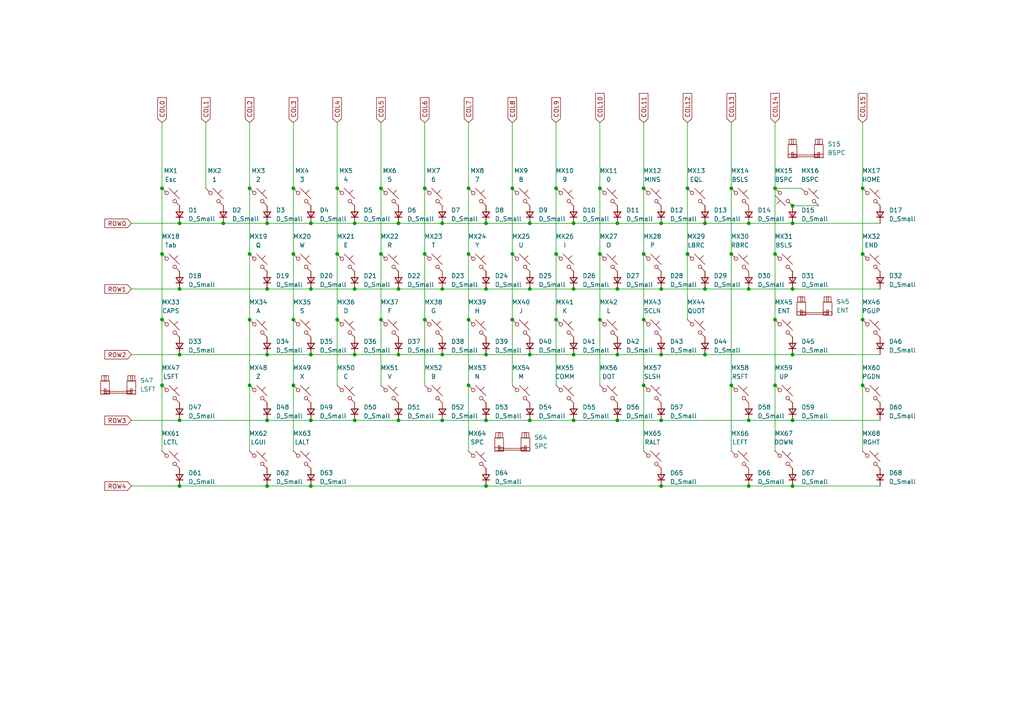
<source format=kicad_sch>
(kicad_sch (version 20231120) (generator "eeschema") (generator_version "8.0")
  (paper "A4")
  (title_block (title "Desire65 - 65% Hotswap PCB") (date "2024-05-18") (rev "1.0"))
  (junction (at 224.79 73.66))
  (junction (at 166.37 121.92))
  (junction (at 123.19 73.66))
  (junction (at 102.87 102.87))
  (junction (at 110.49 54.61))
  (junction (at 72.39 92.71))
  (junction (at 179.07 83.82))
  (junction (at 128.27 64.77))
  (junction (at 72.39 54.61))
  (junction (at 224.79 54.61))
  (junction (at 85.09 111.76))
  (junction (at 161.29 73.66))
  (junction (at 140.97 83.82))
  (junction (at 97.79 92.71))
  (junction (at 128.27 83.82))
  (junction (at 110.49 73.66))
  (junction (at 191.77 83.82))
  (junction (at 85.09 73.66))
  (junction (at 77.47 121.92))
  (junction (at 173.99 54.61))
  (junction (at 153.67 121.92))
  (junction (at 140.97 121.92))
  (junction (at 224.79 92.71))
  (junction (at 153.67 83.82))
  (junction (at 212.09 54.61))
  (junction (at 46.99 92.71))
  (junction (at 204.47 64.77))
  (junction (at 212.09 73.66))
  (junction (at 191.77 140.97))
  (junction (at 191.77 64.77))
  (junction (at 148.59 73.66))
  (junction (at 135.89 54.61))
  (junction (at 115.57 83.82))
  (junction (at 123.19 54.61))
  (junction (at 204.47 102.87))
  (junction (at 77.47 102.87))
  (junction (at 72.39 111.76))
  (junction (at 229.87 83.82))
  (junction (at 140.97 102.87))
  (junction (at 250.19 73.66))
  (junction (at 191.77 121.92))
  (junction (at 97.79 54.61))
  (junction (at 90.17 83.82))
  (junction (at 46.99 73.66))
  (junction (at 161.29 54.61))
  (junction (at 212.09 111.76))
  (junction (at 90.17 140.97))
  (junction (at 186.69 54.61))
  (junction (at 52.07 121.92))
  (junction (at 153.67 102.87))
  (junction (at 217.17 140.97))
  (junction (at 135.89 73.66))
  (junction (at 90.17 102.87))
  (junction (at 224.79 111.76))
  (junction (at 52.07 64.77))
  (junction (at 186.69 73.66))
  (junction (at 199.39 73.66))
  (junction (at 72.39 73.66))
  (junction (at 52.07 83.82))
  (junction (at 229.87 102.87))
  (junction (at 90.17 121.92))
  (junction (at 148.59 54.61))
  (junction (at 52.07 140.97))
  (junction (at 229.87 121.92))
  (junction (at 128.27 121.92))
  (junction (at 186.69 111.76))
  (junction (at 166.37 64.77))
  (junction (at 229.87 140.97))
  (junction (at 110.49 92.71))
  (junction (at 217.17 64.77))
  (junction (at 250.19 111.76))
  (junction (at 250.19 54.61))
  (junction (at 148.59 92.71))
  (junction (at 46.99 54.61))
  (junction (at 135.89 111.76))
  (junction (at 85.09 54.61))
  (junction (at 123.19 92.71))
  (junction (at 52.07 102.87))
  (junction (at 102.87 64.77))
  (junction (at 77.47 64.77))
  (junction (at 77.47 140.97))
  (junction (at 77.47 83.82))
  (junction (at 229.87 64.77))
  (junction (at 217.17 83.82))
  (junction (at 153.67 64.77))
  (junction (at 102.87 121.92))
  (junction (at 135.89 92.71))
  (junction (at 97.79 73.66))
  (junction (at 46.99 111.76))
  (junction (at 140.97 140.97))
  (junction (at 191.77 102.87))
  (junction (at 199.39 54.61))
  (junction (at 85.09 92.71))
  (junction (at 115.57 64.77))
  (junction (at 102.87 83.82))
  (junction (at 173.99 73.66))
  (junction (at 115.57 102.87))
  (junction (at 161.29 92.71))
  (junction (at 166.37 83.82))
  (junction (at 186.69 92.71))
  (junction (at 115.57 121.92))
  (junction (at 229.87 59.69))
  (junction (at 179.07 102.87))
  (junction (at 217.17 121.92))
  (junction (at 64.77 64.77))
  (junction (at 179.07 121.92))
  (junction (at 179.07 64.77))
  (junction (at 250.19 92.71))
  (junction (at 204.47 83.82))
  (junction (at 173.99 92.71))
  (junction (at 90.17 64.77))
  (junction (at 140.97 64.77))
  (junction (at 128.27 102.87))
  (junction (at 166.37 102.87))
  (wire (pts (xy 128.27 121.92) (xy 140.97 121.92)))
  (wire (pts (xy 212.09 111.76) (xy 212.09 130.81)))
  (wire (pts (xy 166.37 64.77) (xy 179.07 64.77)))
  (wire (pts (xy 229.87 83.82) (xy 255.27 83.82)))
  (wire (pts (xy 97.79 54.61) (xy 97.79 35.56)))
  (wire (pts (xy 166.37 102.87) (xy 179.07 102.87)))
  (wire (pts (xy 186.69 73.66) (xy 186.69 92.71)))
  (wire (pts (xy 173.99 92.71) (xy 173.99 111.76)))
  (wire (pts (xy 161.29 73.66) (xy 161.29 92.71)))
  (wire (pts (xy 115.57 121.92) (xy 128.27 121.92)))
  (wire (pts (xy 153.67 64.77) (xy 166.37 64.77)))
  (wire (pts (xy 204.47 64.77) (xy 217.17 64.77)))
  (wire (pts (xy 179.07 121.92) (xy 191.77 121.92)))
  (wire (pts (xy 229.87 140.97) (xy 255.27 140.97)))
  (wire (pts (xy 46.99 92.71) (xy 46.99 111.76)))
  (wire (pts (xy 173.99 73.66) (xy 173.99 54.61)))
  (wire (pts (xy 161.29 54.61) (xy 161.29 35.56)))
  (wire (pts (xy 110.49 92.71) (xy 110.49 111.76)))
  (wire (pts (xy 186.69 54.61) (xy 186.69 73.66)))
  (wire (pts (xy 90.17 64.77) (xy 102.87 64.77)))
  (wire (pts (xy 191.77 83.82) (xy 204.47 83.82)))
  (wire (pts (xy 224.79 54.61) (xy 224.79 35.56)))
  (wire (pts (xy 123.19 73.66) (xy 123.19 92.71)))
  (wire (pts (xy 250.19 54.61) (xy 250.19 73.66)))
  (wire (pts (xy 135.89 111.76) (xy 135.89 130.81)))
  (wire (pts (xy 97.79 54.61) (xy 97.79 73.66)))
  (wire (pts (xy 166.37 83.82) (xy 179.07 83.82)))
  (wire (pts (xy 153.67 83.82) (xy 166.37 83.82)))
  (wire (pts (xy 204.47 102.87) (xy 229.87 102.87)))
  (wire (pts (xy 128.27 64.77) (xy 140.97 64.77)))
  (wire (pts (xy 250.19 73.66) (xy 250.19 92.71)))
  (wire (pts (xy 250.19 111.76) (xy 250.19 130.81)))
  (wire (pts (xy 46.99 54.61) (xy 46.99 73.66)))
  (wire (pts (xy 110.49 54.61) (xy 110.49 35.56)))
  (wire (pts (xy 115.57 64.77) (xy 128.27 64.77)))
  (wire (pts (xy 186.69 92.71) (xy 186.69 111.76)))
  (wire (pts (xy 224.79 92.71) (xy 224.79 111.76)))
  (wire (pts (xy 217.17 121.92) (xy 229.87 121.92)))
  (wire (pts (xy 72.39 73.66) (xy 72.39 92.71)))
  (wire (pts (xy 199.39 54.61) (xy 199.39 73.66)))
  (wire (pts (xy 173.99 73.66) (xy 173.99 92.71)))
  (wire (pts (xy 102.87 102.87) (xy 115.57 102.87)))
  (wire (pts (xy 52.07 83.82) (xy 77.47 83.82)))
  (wire (pts (xy 52.07 64.77) (xy 64.77 64.77)))
  (wire (pts (xy 52.07 121.92) (xy 77.47 121.92)))
  (wire (pts (xy 224.79 54.61) (xy 224.79 73.66)))
  (wire (pts (xy 90.17 121.92) (xy 102.87 121.92)))
  (wire (pts (xy 229.87 64.77) (xy 255.27 64.77)))
  (wire (pts (xy 115.57 102.87) (xy 128.27 102.87)))
  (wire (pts (xy 85.09 111.76) (xy 85.09 130.81)))
  (wire (pts (xy 97.79 73.66) (xy 97.79 92.71)))
  (wire (pts (xy 191.77 64.77) (xy 204.47 64.77)))
  (wire (pts (xy 46.99 54.61) (xy 46.99 35.56)))
  (wire (pts (xy 102.87 83.82) (xy 115.57 83.82)))
  (wire (pts (xy 90.17 102.87) (xy 102.87 102.87)))
  (wire (pts (xy 77.47 121.92) (xy 90.17 121.92)))
  (wire (pts (xy 224.79 73.66) (xy 224.79 92.71)))
  (wire (pts (xy 140.97 121.92) (xy 153.67 121.92)))
  (wire (pts (xy 85.09 92.71) (xy 85.09 111.76)))
  (wire (pts (xy 38.1 121.92) (xy 52.07 121.92)))
  (wire (pts (xy 72.39 111.76) (xy 72.39 130.81)))
  (wire (pts (xy 199.39 54.61) (xy 199.39 35.56)))
  (wire (pts (xy 72.39 54.61) (xy 72.39 73.66)))
  (wire (pts (xy 72.39 54.61) (xy 72.39 35.56)))
  (wire (pts (xy 179.07 64.77) (xy 191.77 64.77)))
  (wire (pts (xy 153.67 102.87) (xy 166.37 102.87)))
  (wire (pts (xy 161.29 92.71) (xy 161.29 111.76)))
  (wire (pts (xy 212.09 54.61) (xy 212.09 35.56)))
  (wire (pts (xy 229.87 59.69) (xy 237.49 59.69)))
  (wire (pts (xy 224.79 111.76) (xy 224.79 130.81)))
  (wire (pts (xy 128.27 83.82) (xy 140.97 83.82)))
  (wire (pts (xy 123.19 54.61) (xy 123.19 35.56)))
  (wire (pts (xy 173.99 54.61) (xy 173.99 35.56)))
  (wire (pts (xy 148.59 54.61) (xy 148.59 35.56)))
  (wire (pts (xy 229.87 121.92) (xy 255.27 121.92)))
  (wire (pts (xy 217.17 83.82) (xy 229.87 83.82)))
  (wire (pts (xy 90.17 140.97) (xy 140.97 140.97)))
  (wire (pts (xy 148.59 54.61) (xy 148.59 73.66)))
  (wire (pts (xy 110.49 54.61) (xy 110.49 73.66)))
  (wire (pts (xy 110.49 73.66) (xy 110.49 92.71)))
  (wire (pts (xy 38.1 140.97) (xy 52.07 140.97)))
  (wire (pts (xy 250.19 54.61) (xy 250.19 35.56)))
  (wire (pts (xy 161.29 54.61) (xy 161.29 73.66)))
  (wire (pts (xy 212.09 54.61) (xy 212.09 73.66)))
  (wire (pts (xy 77.47 64.77) (xy 90.17 64.77)))
  (wire (pts (xy 38.1 64.77) (xy 52.07 64.77)))
  (wire (pts (xy 85.09 54.61) (xy 85.09 35.56)))
  (wire (pts (xy 64.77 64.77) (xy 77.47 64.77)))
  (wire (pts (xy 153.67 121.92) (xy 166.37 121.92)))
  (wire (pts (xy 123.19 92.71) (xy 123.19 111.76)))
  (wire (pts (xy 140.97 102.87) (xy 153.67 102.87)))
  (wire (pts (xy 166.37 121.92) (xy 179.07 121.92)))
  (wire (pts (xy 102.87 121.92) (xy 115.57 121.92)))
  (wire (pts (xy 72.39 92.71) (xy 72.39 111.76)))
  (wire (pts (xy 128.27 102.87) (xy 140.97 102.87)))
  (wire (pts (xy 179.07 83.82) (xy 191.77 83.82)))
  (wire (pts (xy 140.97 64.77) (xy 153.67 64.77)))
  (wire (pts (xy 115.57 83.82) (xy 128.27 83.82)))
  (wire (pts (xy 191.77 121.92) (xy 217.17 121.92)))
  (wire (pts (xy 77.47 83.82) (xy 90.17 83.82)))
  (wire (pts (xy 52.07 102.87) (xy 77.47 102.87)))
  (wire (pts (xy 135.89 54.61) (xy 135.89 73.66)))
  (wire (pts (xy 212.09 73.66) (xy 212.09 111.76)))
  (wire (pts (xy 77.47 140.97) (xy 90.17 140.97)))
  (wire (pts (xy 186.69 111.76) (xy 186.69 130.81)))
  (wire (pts (xy 191.77 102.87) (xy 204.47 102.87)))
  (wire (pts (xy 135.89 54.61) (xy 135.89 35.56)))
  (wire (pts (xy 59.69 35.56) (xy 59.69 54.61)))
  (wire (pts (xy 140.97 83.82) (xy 153.67 83.82)))
  (wire (pts (xy 90.17 83.82) (xy 102.87 83.82)))
  (wire (pts (xy 102.87 64.77) (xy 115.57 64.77)))
  (wire (pts (xy 148.59 73.66) (xy 148.59 92.71)))
  (wire (pts (xy 224.79 54.61) (xy 232.41 54.61)))
  (wire (pts (xy 77.47 102.87) (xy 90.17 102.87)))
  (wire (pts (xy 52.07 140.97) (xy 77.47 140.97)))
  (wire (pts (xy 204.47 83.82) (xy 217.17 83.82)))
  (wire (pts (xy 135.89 73.66) (xy 135.89 92.71)))
  (wire (pts (xy 217.17 64.77) (xy 229.87 64.77)))
  (wire (pts (xy 179.07 102.87) (xy 191.77 102.87)))
  (wire (pts (xy 148.59 92.71) (xy 148.59 111.76)))
  (wire (pts (xy 46.99 73.66) (xy 46.99 92.71)))
  (wire (pts (xy 123.19 54.61) (xy 123.19 73.66)))
  (wire (pts (xy 85.09 73.66) (xy 85.09 92.71)))
  (wire (pts (xy 38.1 83.82) (xy 52.07 83.82)))
  (wire (pts (xy 217.17 140.97) (xy 229.87 140.97)))
  (wire (pts (xy 186.69 54.61) (xy 186.69 35.56)))
  (wire (pts (xy 97.79 92.71) (xy 97.79 111.76)))
  (wire (pts (xy 229.87 102.87) (xy 255.27 102.87)))
  (wire (pts (xy 85.09 54.61) (xy 85.09 73.66)))
  (wire (pts (xy 38.1 102.87) (xy 52.07 102.87)))
  (wire (pts (xy 199.39 73.66) (xy 199.39 92.71)))
  (wire (pts (xy 250.19 92.71) (xy 250.19 111.76)))
  (wire (pts (xy 140.97 140.97) (xy 191.77 140.97)))
  (wire (pts (xy 135.89 92.71) (xy 135.89 111.76)))
  (wire (pts (xy 191.77 140.97) (xy 217.17 140.97)))
  (wire (pts (xy 46.99 111.76) (xy 46.99 130.81)))
  (global_label "COL5" (shape input) (at 110.49 35.56 90) (property "Intersheetrefs" "${INTERSHEET_REFS}" (effects (hide yes))))
  (global_label "COL4" (shape input) (at 97.79 35.56 90) (property "Intersheetrefs" "${INTERSHEET_REFS}" (effects (hide yes))))
  (global_label "COL8" (shape input) (at 148.59 35.56 90) (property "Intersheetrefs" "${INTERSHEET_REFS}" (effects (hide yes))))
  (global_label "COL10" (shape input) (at 173.99 35.56 90) (property "Intersheetrefs" "${INTERSHEET_REFS}" (effects (hide yes))))
  (global_label "COL0" (shape input) (at 46.99 35.56 90) (property "Intersheetrefs" "${INTERSHEET_REFS}" (effects (hide yes))))
  (global_label "COL1" (shape input) (at 59.69 35.56 90) (property "Intersheetrefs" "${INTERSHEET_REFS}" (effects (hide yes))))
  (global_label "COL2" (shape input) (at 72.39 35.56 90) (property "Intersheetrefs" "${INTERSHEET_REFS}" (effects (hide yes))))
  (global_label "COL6" (shape input) (at 123.19 35.56 90) (property "Intersheetrefs" "${INTERSHEET_REFS}" (effects (hide yes))))
  (global_label "ROW0" (shape input) (at 38.1 64.77 180) (property "Intersheetrefs" "${INTERSHEET_REFS}" (effects (hide yes))))
  (global_label "COL13" (shape input) (at 212.09 35.56 90) (property "Intersheetrefs" "${INTERSHEET_REFS}" (effects (hide yes))))
  (global_label "ROW3" (shape input) (at 38.1 121.92 180) (property "Intersheetrefs" "${INTERSHEET_REFS}" (effects (hide yes))))
  (global_label "ROW2" (shape input) (at 38.1 102.87 180) (property "Intersheetrefs" "${INTERSHEET_REFS}" (effects (hide yes))))
  (global_label "ROW1" (shape input) (at 38.1 83.82 180) (property "Intersheetrefs" "${INTERSHEET_REFS}" (effects (hide yes))))
  (global_label "ROW4" (shape input) (at 38.1 140.97 180) (property "Intersheetrefs" "${INTERSHEET_REFS}" (effects (hide yes))))
  (global_label "COL7" (shape input) (at 135.89 35.56 90) (property "Intersheetrefs" "${INTERSHEET_REFS}" (effects (hide yes))))
  (global_label "COL3" (shape input) (at 85.09 35.56 90) (property "Intersheetrefs" "${INTERSHEET_REFS}" (effects (hide yes))))
  (global_label "COL15" (shape input) (at 250.19 35.56 90) (property "Intersheetrefs" "${INTERSHEET_REFS}" (effects (hide yes))))
  (global_label "COL9" (shape input) (at 161.29 35.56 90) (property "Intersheetrefs" "${INTERSHEET_REFS}" (effects (hide yes))))
  (global_label "COL12" (shape input) (at 199.39 35.56 90) (property "Intersheetrefs" "${INTERSHEET_REFS}" (effects (hide yes))))
  (global_label "COL14" (shape input) (at 224.79 35.56 90) (property "Intersheetrefs" "${INTERSHEET_REFS}" (effects (hide yes))))
  (global_label "COL11" (shape input) (at 186.69 35.56 90) (property "Intersheetrefs" "${INTERSHEET_REFS}" (effects (hide yes))))
  (symbol (lib_id "PCM_marbastlib-mx:MX_SW_HS_CPG151101S11") (at 252.73 76.2 0) (unit 1)
    (property "Reference" "MX32" (at 252.73 68.58 0))
    (property "Value" "END" (at 252.73 71.12 0))
    (property "Footprint" "PCM_marbastlib-mx:SW_MX_HS_CPG151101S11_1u" (effects (hide yes)))
    (property "Description" "Push button switch, normally open, two pins, 45° tilted, Kailh CPG151101S11 for Cherry MX style switches" (effects (hide yes)))
    (property "LCSC Part" "C5156480" (effects (hide yes)))
  )
  (symbol (lib_id "Device:D_Small") (at 128.27 100.33 90) (unit 1)
    (property "Reference" "D38" (at 130.81 99.0599 90) (effects (justify right)))
    (property "Value" "D_Small" (at 130.81 101.5999 90) (effects (justify right)))
    (property "Footprint" "Diode_SMD:D_SOD-123" (effects (hide yes)))
    (property "Description" "Diode, small symbol" (effects (hide yes)))
    (property "Sim.Device" "D" (effects (hide yes)))
    (property "Sim.Pins" "1=K 2=A" (effects (hide yes)))
    (property "LCSC Part" "C81598" (effects (hide yes)))
  )
  (symbol (lib_id "Device:D_Small") (at 217.17 138.43 90) (unit 1)
    (property "Reference" "D66" (at 219.71 137.1599 90) (effects (justify right)))
    (property "Value" "D_Small" (at 219.71 139.6999 90) (effects (justify right)))
    (property "Footprint" "Diode_SMD:D_SOD-123" (effects (hide yes)))
    (property "Description" "Diode, small symbol" (effects (hide yes)))
    (property "Sim.Device" "D" (effects (hide yes)))
    (property "Sim.Pins" "1=K 2=A" (effects (hide yes)))
    (property "LCSC Part" "C81598" (effects (hide yes)))
  )
  (symbol (lib_id "Device:D_Small") (at 166.37 119.38 90) (unit 1)
    (property "Reference" "D55" (at 168.91 118.1099 90) (effects (justify right)))
    (property "Value" "D_Small" (at 168.91 120.6499 90) (effects (justify right)))
    (property "Footprint" "Diode_SMD:D_SOD-123" (effects (hide yes)))
    (property "Description" "Diode, small symbol" (effects (hide yes)))
    (property "Sim.Device" "D" (effects (hide yes)))
    (property "Sim.Pins" "1=K 2=A" (effects (hide yes)))
    (property "LCSC Part" "C81598" (effects (hide yes)))
  )
  (symbol (lib_id "PCM_marbastlib-mx:MX_SW_HS_CPG151101S11") (at 100.33 95.25 0) (unit 1)
    (property "Reference" "MX36" (at 100.33 87.63 0))
    (property "Value" "D" (at 100.33 90.17 0))
    (property "Footprint" "PCM_marbastlib-mx:SW_MX_HS_CPG151101S11_1u" (effects (hide yes)))
    (property "Description" "Push button switch, normally open, two pins, 45° tilted, Kailh CPG151101S11 for Cherry MX style switches" (effects (hide yes)))
    (property "LCSC Part" "C5156480" (effects (hide yes)))
  )
  (symbol (lib_id "PCM_marbastlib-mx:MX_SW_HS_CPG151101S11") (at 138.43 114.3 0) (unit 1)
    (property "Reference" "MX53" (at 138.43 106.68 0))
    (property "Value" "N" (at 138.43 109.22 0))
    (property "Footprint" "PCM_marbastlib-mx:SW_MX_HS_CPG151101S11_1u" (effects (hide yes)))
    (property "Description" "Push button switch, normally open, two pins, 45° tilted, Kailh CPG151101S11 for Cherry MX style switches" (effects (hide yes)))
    (property "LCSC Part" "C5156480" (effects (hide yes)))
  )
  (symbol (lib_id "PCM_marbastlib-mx:MX_SW_HS_CPG151101S11") (at 176.53 76.2 0) (unit 1)
    (property "Reference" "MX27" (at 176.53 68.58 0))
    (property "Value" "O" (at 176.53 71.12 0))
    (property "Footprint" "PCM_marbastlib-mx:SW_MX_HS_CPG151101S11_1u" (effects (hide yes)))
    (property "Description" "Push button switch, normally open, two pins, 45° tilted, Kailh CPG151101S11 for Cherry MX style switches" (effects (hide yes)))
    (property "LCSC Part" "C5156480" (effects (hide yes)))
  )
  (symbol (lib_id "PCM_marbastlib-mx:MX_stab") (at 233.68 43.18 0) (unit 1)
    (property "Reference" "S15" (at 240.03 41.7829 0) (effects (justify left)))
    (property "Value" "BSPC" (at 240.03 44.3229 0) (effects (justify left)))
    (property "Footprint" "PCM_marbastlib-mx:STAB_MX_2u" (effects (hide yes)))
    (property "Description" "Cherry MX-style stabilizer" (effects (hide yes)))
    (property "JLCPCB BOM" "0" (effects (hide yes)))
  )
  (symbol (lib_id "PCM_marbastlib-mx:MX_SW_HS_CPG151101S11") (at 227.33 133.35 0) (unit 1)
    (property "Reference" "MX67" (at 227.33 125.73 0))
    (property "Value" "DOWN" (at 227.33 128.27 0))
    (property "Footprint" "PCM_marbastlib-mx:SW_MX_HS_CPG151101S11_1u" (effects (hide yes)))
    (property "Description" "Push button switch, normally open, two pins, 45° tilted, Kailh CPG151101S11 for Cherry MX style switches" (effects (hide yes)))
    (property "LCSC Part" "C5156480" (effects (hide yes)))
  )
  (symbol (lib_id "PCM_marbastlib-mx:MX_SW_HS_CPG151101S11") (at 163.83 76.2 0) (unit 1)
    (property "Reference" "MX26" (at 163.83 68.58 0))
    (property "Value" "I" (at 163.83 71.12 0))
    (property "Footprint" "PCM_marbastlib-mx:SW_MX_HS_CPG151101S11_1u" (effects (hide yes)))
    (property "Description" "Push button switch, normally open, two pins, 45° tilted, Kailh CPG151101S11 for Cherry MX style switches" (effects (hide yes)))
    (property "LCSC Part" "C5156480" (effects (hide yes)))
  )
  (symbol (lib_id "Device:D_Small") (at 115.57 119.38 90) (unit 1)
    (property "Reference" "D51" (at 118.11 118.1099 90) (effects (justify right)))
    (property "Value" "D_Small" (at 118.11 120.6499 90) (effects (justify right)))
    (property "Footprint" "Diode_SMD:D_SOD-123" (effects (hide yes)))
    (property "Description" "Diode, small symbol" (effects (hide yes)))
    (property "Sim.Device" "D" (effects (hide yes)))
    (property "Sim.Pins" "1=K 2=A" (effects (hide yes)))
    (property "LCSC Part" "C81598" (effects (hide yes)))
  )
  (symbol (lib_id "PCM_marbastlib-mx:MX_SW_HS_CPG151101S11") (at 163.83 57.15 0) (unit 1)
    (property "Reference" "MX10" (at 163.83 49.53 0))
    (property "Value" "9" (at 163.83 52.07 0))
    (property "Footprint" "PCM_marbastlib-mx:SW_MX_HS_CPG151101S11_1u" (effects (hide yes)))
    (property "Description" "Push button switch, normally open, two pins, 45° tilted, Kailh CPG151101S11 for Cherry MX style switches" (effects (hide yes)))
    (property "LCSC Part" "C5156480" (effects (hide yes)))
  )
  (symbol (lib_id "PCM_marbastlib-mx:MX_SW_HS_CPG151101S11") (at 189.23 133.35 0) (unit 1)
    (property "Reference" "MX65" (at 189.23 125.73 0))
    (property "Value" "RALT" (at 189.23 128.27 0))
    (property "Footprint" "PCM_marbastlib-mx:SW_MX_HS_CPG151101S11_1.5u" (effects (hide yes)))
    (property "Description" "Push button switch, normally open, two pins, 45° tilted, Kailh CPG151101S11 for Cherry MX style switches" (effects (hide yes)))
    (property "LCSC Part" "C5156480" (effects (hide yes)))
  )
  (symbol (lib_id "PCM_marbastlib-mx:MX_SW_HS_CPG151101S11") (at 176.53 95.25 0) (unit 1)
    (property "Reference" "MX42" (at 176.53 87.63 0))
    (property "Value" "L" (at 176.53 90.17 0))
    (property "Footprint" "PCM_marbastlib-mx:SW_MX_HS_CPG151101S11_1u" (effects (hide yes)))
    (property "Description" "Push button switch, normally open, two pins, 45° tilted, Kailh CPG151101S11 for Cherry MX style switches" (effects (hide yes)))
    (property "LCSC Part" "C5156480" (effects (hide yes)))
  )
  (symbol (lib_id "Device:D_Small") (at 179.07 100.33 90) (unit 1)
    (property "Reference" "D42" (at 181.61 99.0599 90) (effects (justify right)))
    (property "Value" "D_Small" (at 181.61 101.5999 90) (effects (justify right)))
    (property "Footprint" "Diode_SMD:D_SOD-123" (effects (hide yes)))
    (property "Description" "Diode, small symbol" (effects (hide yes)))
    (property "Sim.Device" "D" (effects (hide yes)))
    (property "Sim.Pins" "1=K 2=A" (effects (hide yes)))
    (property "LCSC Part" "C81598" (effects (hide yes)))
  )
  (symbol (lib_id "PCM_marbastlib-mx:MX_SW_HS_CPG151101S11") (at 189.23 57.15 0) (unit 1)
    (property "Reference" "MX12" (at 189.23 49.53 0))
    (property "Value" "MINS" (at 189.23 52.07 0))
    (property "Footprint" "PCM_marbastlib-mx:SW_MX_HS_CPG151101S11_1u" (effects (hide yes)))
    (property "Description" "Push button switch, normally open, two pins, 45° tilted, Kailh CPG151101S11 for Cherry MX style switches" (effects (hide yes)))
    (property "LCSC Part" "C5156480" (effects (hide yes)))
  )
  (symbol (lib_id "PCM_marbastlib-mx:MX_SW_HS_CPG151101S11") (at 87.63 95.25 0) (unit 1)
    (property "Reference" "MX35" (at 87.63 87.63 0))
    (property "Value" "S" (at 87.63 90.17 0))
    (property "Footprint" "PCM_marbastlib-mx:SW_MX_HS_CPG151101S11_1u" (effects (hide yes)))
    (property "Description" "Push button switch, normally open, two pins, 45° tilted, Kailh CPG151101S11 for Cherry MX style switches" (effects (hide yes)))
    (property "LCSC Part" "C5156480" (effects (hide yes)))
  )
  (symbol (lib_id "PCM_marbastlib-mx:MX_SW_HS_CPG151101S11") (at 189.23 95.25 0) (unit 1)
    (property "Reference" "MX43" (at 189.23 87.63 0))
    (property "Value" "SCLN" (at 189.23 90.17 0))
    (property "Footprint" "PCM_marbastlib-mx:SW_MX_HS_CPG151101S11_1u" (effects (hide yes)))
    (property "Description" "Push button switch, normally open, two pins, 45° tilted, Kailh CPG151101S11 for Cherry MX style switches" (effects (hide yes)))
    (property "LCSC Part" "C5156480" (effects (hide yes)))
  )
  (symbol (lib_id "Device:D_Small") (at 77.47 119.38 90) (unit 1)
    (property "Reference" "D48" (at 80.01 118.1099 90) (effects (justify right)))
    (property "Value" "D_Small" (at 80.01 120.6499 90) (effects (justify right)))
    (property "Footprint" "Diode_SMD:D_SOD-123" (effects (hide yes)))
    (property "Description" "Diode, small symbol" (effects (hide yes)))
    (property "Sim.Device" "D" (effects (hide yes)))
    (property "Sim.Pins" "1=K 2=A" (effects (hide yes)))
    (property "LCSC Part" "C81598" (effects (hide yes)))
  )
  (symbol (lib_id "PCM_marbastlib-mx:MX_SW_HS_CPG151101S11") (at 201.93 95.25 0) (unit 1)
    (property "Reference" "MX44" (at 201.93 87.63 0))
    (property "Value" "QUOT" (at 201.93 90.17 0))
    (property "Footprint" "PCM_marbastlib-mx:SW_MX_HS_CPG151101S11_1u" (effects (hide yes)))
    (property "Description" "Push button switch, normally open, two pins, 45° tilted, Kailh CPG151101S11 for Cherry MX style switches" (effects (hide yes)))
    (property "LCSC Part" "C5156480" (effects (hide yes)))
  )
  (symbol (lib_id "PCM_marbastlib-mx:MX_SW_HS_CPG151101S11") (at 138.43 133.35 0) (unit 1)
    (property "Reference" "MX64" (at 138.43 125.73 0))
    (property "Value" "SPC" (at 138.43 128.27 0))
    (property "Footprint" "PCM_marbastlib-mx:SW_MX_HS_CPG151101S11_1u" (effects (hide yes)))
    (property "Description" "Push button switch, normally open, two pins, 45° tilted, Kailh CPG151101S11 for Cherry MX style switches" (effects (hide yes)))
    (property "LCSC Part" "C5156480" (effects (hide yes)))
  )
  (symbol (lib_id "PCM_marbastlib-mx:MX_SW_HS_CPG151101S11") (at 214.63 114.3 0) (unit 1)
    (property "Reference" "MX58" (at 214.63 106.68 0))
    (property "Value" "RSFT" (at 214.63 109.22 0))
    (property "Footprint" "PCM_marbastlib-mx:SW_MX_HS_CPG151101S11_1.75u" (effects (hide yes)))
    (property "Description" "Push button switch, normally open, two pins, 45° tilted, Kailh CPG151101S11 for Cherry MX style switches" (effects (hide yes)))
    (property "LCSC Part" "C5156480" (effects (hide yes)))
  )
  (symbol (lib_id "Device:D_Small") (at 140.97 62.23 90) (unit 1)
    (property "Reference" "D8" (at 143.51 60.9599 90) (effects (justify right)))
    (property "Value" "D_Small" (at 143.51 63.4999 90) (effects (justify right)))
    (property "Footprint" "Diode_SMD:D_SOD-123" (effects (hide yes)))
    (property "Description" "Diode, small symbol" (effects (hide yes)))
    (property "Sim.Device" "D" (effects (hide yes)))
    (property "Sim.Pins" "1=K 2=A" (effects (hide yes)))
    (property "LCSC Part" "C81598" (effects (hide yes)))
  )
  (symbol (lib_id "Device:D_Small") (at 128.27 81.28 90) (unit 1)
    (property "Reference" "D23" (at 130.81 80.0099 90) (effects (justify right)))
    (property "Value" "D_Small" (at 130.81 82.5499 90) (effects (justify right)))
    (property "Footprint" "Diode_SMD:D_SOD-123" (effects (hide yes)))
    (property "Description" "Diode, small symbol" (effects (hide yes)))
    (property "Sim.Device" "D" (effects (hide yes)))
    (property "Sim.Pins" "1=K 2=A" (effects (hide yes)))
    (property "LCSC Part" "C81598" (effects (hide yes)))
  )
  (symbol (lib_id "Device:D_Small") (at 52.07 138.43 90) (unit 1)
    (property "Reference" "D61" (at 54.61 137.1599 90) (effects (justify right)))
    (property "Value" "D_Small" (at 54.61 139.6999 90) (effects (justify right)))
    (property "Footprint" "Diode_SMD:D_SOD-123" (effects (hide yes)))
    (property "Description" "Diode, small symbol" (effects (hide yes)))
    (property "Sim.Device" "D" (effects (hide yes)))
    (property "Sim.Pins" "1=K 2=A" (effects (hide yes)))
    (property "LCSC Part" "C81598" (effects (hide yes)))
  )
  (symbol (lib_id "Device:D_Small") (at 90.17 81.28 90) (unit 1)
    (property "Reference" "D20" (at 92.71 80.0099 90) (effects (justify right)))
    (property "Value" "D_Small" (at 92.71 82.5499 90) (effects (justify right)))
    (property "Footprint" "Diode_SMD:D_SOD-123" (effects (hide yes)))
    (property "Description" "Diode, small symbol" (effects (hide yes)))
    (property "Sim.Device" "D" (effects (hide yes)))
    (property "Sim.Pins" "1=K 2=A" (effects (hide yes)))
    (property "LCSC Part" "C81598" (effects (hide yes)))
  )
  (symbol (lib_id "PCM_marbastlib-mx:MX_SW_HS_CPG151101S11") (at 151.13 114.3 0) (unit 1)
    (property "Reference" "MX54" (at 151.13 106.68 0))
    (property "Value" "M" (at 151.13 109.22 0))
    (property "Footprint" "PCM_marbastlib-mx:SW_MX_HS_CPG151101S11_1u" (effects (hide yes)))
    (property "Description" "Push button switch, normally open, two pins, 45° tilted, Kailh CPG151101S11 for Cherry MX style switches" (effects (hide yes)))
    (property "LCSC Part" "C5156480" (effects (hide yes)))
  )
  (symbol (lib_id "PCM_marbastlib-mx:MX_SW_HS_CPG151101S11") (at 49.53 76.2 0) (unit 1)
    (property "Reference" "MX18" (at 49.53 68.58 0))
    (property "Value" "Tab" (at 49.53 71.12 0))
    (property "Footprint" "PCM_marbastlib-mx:SW_MX_HS_CPG151101S11_1.5u" (effects (hide yes)))
    (property "Description" "Push button switch, normally open, two pins, 45° tilted, Kailh CPG151101S11 for Cherry MX style switches" (effects (hide yes)))
    (property "LCSC Part" "C5156480" (effects (hide yes)))
  )
  (symbol (lib_id "Device:D_Small") (at 255.27 119.38 90) (unit 1)
    (property "Reference" "D60" (at 257.81 118.1099 90) (effects (justify right)))
    (property "Value" "D_Small" (at 257.81 120.6499 90) (effects (justify right)))
    (property "Footprint" "Diode_SMD:D_SOD-123" (effects (hide yes)))
    (property "Description" "Diode, small symbol" (effects (hide yes)))
    (property "Sim.Device" "D" (effects (hide yes)))
    (property "Sim.Pins" "1=K 2=A" (effects (hide yes)))
    (property "LCSC Part" "C81598" (effects (hide yes)))
  )
  (symbol (lib_id "Device:D_Small") (at 191.77 138.43 90) (unit 1)
    (property "Reference" "D65" (at 194.31 137.1599 90) (effects (justify right)))
    (property "Value" "D_Small" (at 194.31 139.6999 90) (effects (justify right)))
    (property "Footprint" "Diode_SMD:D_SOD-123" (effects (hide yes)))
    (property "Description" "Diode, small symbol" (effects (hide yes)))
    (property "Sim.Device" "D" (effects (hide yes)))
    (property "Sim.Pins" "1=K 2=A" (effects (hide yes)))
    (property "LCSC Part" "C81598" (effects (hide yes)))
  )
  (symbol (lib_id "PCM_marbastlib-mx:MX_SW_HS_CPG151101S11") (at 113.03 95.25 0) (unit 1)
    (property "Reference" "MX37" (at 113.03 87.63 0))
    (property "Value" "F" (at 113.03 90.17 0))
    (property "Footprint" "PCM_marbastlib-mx:SW_MX_HS_CPG151101S11_1u" (effects (hide yes)))
    (property "Description" "Push button switch, normally open, two pins, 45° tilted, Kailh CPG151101S11 for Cherry MX style switches" (effects (hide yes)))
    (property "LCSC Part" "C5156480" (effects (hide yes)))
  )
  (symbol (lib_id "Device:D_Small") (at 179.07 81.28 90) (unit 1)
    (property "Reference" "D27" (at 181.61 80.0099 90) (effects (justify right)))
    (property "Value" "D_Small" (at 181.61 82.5499 90) (effects (justify right)))
    (property "Footprint" "Diode_SMD:D_SOD-123" (effects (hide yes)))
    (property "Description" "Diode, small symbol" (effects (hide yes)))
    (property "Sim.Device" "D" (effects (hide yes)))
    (property "Sim.Pins" "1=K 2=A" (effects (hide yes)))
    (property "LCSC Part" "C81598" (effects (hide yes)))
  )
  (symbol (lib_id "PCM_marbastlib-mx:MX_SW_HS_CPG151101S11") (at 163.83 114.3 0) (unit 1)
    (property "Reference" "MX55" (at 163.83 106.68 0))
    (property "Value" "COMM" (at 163.83 109.22 0))
    (property "Footprint" "PCM_marbastlib-mx:SW_MX_HS_CPG151101S11_1u" (effects (hide yes)))
    (property "Description" "Push button switch, normally open, two pins, 45° tilted, Kailh CPG151101S11 for Cherry MX style switches" (effects (hide yes)))
    (property "LCSC Part" "C5156480" (effects (hide yes)))
  )
  (symbol (lib_id "PCM_marbastlib-mx:MX_SW_HS_CPG151101S11") (at 74.93 95.25 0) (unit 1)
    (property "Reference" "MX34" (at 74.93 87.63 0))
    (property "Value" "A" (at 74.93 90.17 0))
    (property "Footprint" "PCM_marbastlib-mx:SW_MX_HS_CPG151101S11_1u" (effects (hide yes)))
    (property "Description" "Push button switch, normally open, two pins, 45° tilted, Kailh CPG151101S11 for Cherry MX style switches" (effects (hide yes)))
    (property "LCSC Part" "C5156480" (effects (hide yes)))
  )
  (symbol (lib_id "PCM_marbastlib-mx:MX_SW_HS_CPG151101S11") (at 189.23 76.2 0) (unit 1)
    (property "Reference" "MX28" (at 189.23 68.58 0))
    (property "Value" "P" (at 189.23 71.12 0))
    (property "Footprint" "PCM_marbastlib-mx:SW_MX_HS_CPG151101S11_1u" (effects (hide yes)))
    (property "Description" "Push button switch, normally open, two pins, 45° tilted, Kailh CPG151101S11 for Cherry MX style switches" (effects (hide yes)))
    (property "LCSC Part" "C5156480" (effects (hide yes)))
  )
  (symbol (lib_id "PCM_marbastlib-mx:MX_SW_HS_CPG151101S11") (at 113.03 57.15 0) (unit 1)
    (property "Reference" "MX6" (at 113.03 49.53 0))
    (property "Value" "5" (at 113.03 52.07 0))
    (property "Footprint" "PCM_marbastlib-mx:SW_MX_HS_CPG151101S11_1u" (effects (hide yes)))
    (property "Description" "Push button switch, normally open, two pins, 45° tilted, Kailh CPG151101S11 for Cherry MX style switches" (effects (hide yes)))
    (property "LCSC Part" "C5156480" (effects (hide yes)))
  )
  (symbol (lib_id "Device:D_Small") (at 77.47 81.28 90) (unit 1)
    (property "Reference" "D19" (at 80.01 80.0099 90) (effects (justify right)))
    (property "Value" "D_Small" (at 80.01 82.5499 90) (effects (justify right)))
    (property "Footprint" "Diode_SMD:D_SOD-123" (effects (hide yes)))
    (property "Description" "Diode, small symbol" (effects (hide yes)))
    (property "Sim.Device" "D" (effects (hide yes)))
    (property "Sim.Pins" "1=K 2=A" (effects (hide yes)))
    (property "LCSC Part" "C81598" (effects (hide yes)))
  )
  (symbol (lib_id "PCM_marbastlib-mx:MX_SW_HS_CPG151101S11") (at 252.73 133.35 0) (unit 1)
    (property "Reference" "MX68" (at 252.73 125.73 0))
    (property "Value" "RGHT" (at 252.73 128.27 0))
    (property "Footprint" "PCM_marbastlib-mx:SW_MX_HS_CPG151101S11_1u" (effects (hide yes)))
    (property "Description" "Push button switch, normally open, two pins, 45° tilted, Kailh CPG151101S11 for Cherry MX style switches" (effects (hide yes)))
    (property "LCSC Part" "C5156480" (effects (hide yes)))
  )
  (symbol (lib_id "Device:D_Small") (at 115.57 62.23 90) (unit 1)
    (property "Reference" "D6" (at 118.11 60.9599 90) (effects (justify right)))
    (property "Value" "D_Small" (at 118.11 63.4999 90) (effects (justify right)))
    (property "Footprint" "Diode_SMD:D_SOD-123" (effects (hide yes)))
    (property "Description" "Diode, small symbol" (effects (hide yes)))
    (property "Sim.Device" "D" (effects (hide yes)))
    (property "Sim.Pins" "1=K 2=A" (effects (hide yes)))
    (property "LCSC Part" "C81598" (effects (hide yes)))
  )
  (symbol (lib_id "PCM_marbastlib-mx:MX_SW_HS_CPG151101S11") (at 100.33 114.3 0) (unit 1)
    (property "Reference" "MX50" (at 100.33 106.68 0))
    (property "Value" "C" (at 100.33 109.22 0))
    (property "Footprint" "PCM_marbastlib-mx:SW_MX_HS_CPG151101S11_1u" (effects (hide yes)))
    (property "Description" "Push button switch, normally open, two pins, 45° tilted, Kailh CPG151101S11 for Cherry MX style switches" (effects (hide yes)))
    (property "LCSC Part" "C5156480" (effects (hide yes)))
  )
  (symbol (lib_id "Device:D_Small") (at 204.47 81.28 90) (unit 1)
    (property "Reference" "D29" (at 207.01 80.0099 90) (effects (justify right)))
    (property "Value" "D_Small" (at 207.01 82.5499 90) (effects (justify right)))
    (property "Footprint" "Diode_SMD:D_SOD-123" (effects (hide yes)))
    (property "Description" "Diode, small symbol" (effects (hide yes)))
    (property "Sim.Device" "D" (effects (hide yes)))
    (property "Sim.Pins" "1=K 2=A" (effects (hide yes)))
    (property "LCSC Part" "C81598" (effects (hide yes)))
  )
  (symbol (lib_id "PCM_marbastlib-mx:MX_SW_HS_CPG151101S11") (at 176.53 114.3 0) (unit 1)
    (property "Reference" "MX56" (at 176.53 106.68 0))
    (property "Value" "DOT" (at 176.53 109.22 0))
    (property "Footprint" "PCM_marbastlib-mx:SW_MX_HS_CPG151101S11_1u" (effects (hide yes)))
    (property "Description" "Push button switch, normally open, two pins, 45° tilted, Kailh CPG151101S11 for Cherry MX style switches" (effects (hide yes)))
    (property "LCSC Part" "C5156480" (effects (hide yes)))
  )
  (symbol (lib_id "Device:D_Small") (at 140.97 138.43 90) (unit 1)
    (property "Reference" "D64" (at 143.51 137.1599 90) (effects (justify right)))
    (property "Value" "D_Small" (at 143.51 139.6999 90) (effects (justify right)))
    (property "Footprint" "Diode_SMD:D_SOD-123" (effects (hide yes)))
    (property "Description" "Diode, small symbol" (effects (hide yes)))
    (property "Sim.Device" "D" (effects (hide yes)))
    (property "Sim.Pins" "1=K 2=A" (effects (hide yes)))
    (property "LCSC Part" "C81598" (effects (hide yes)))
  )
  (symbol (lib_id "Device:D_Small") (at 153.67 119.38 90) (unit 1)
    (property "Reference" "D54" (at 156.21 118.1099 90) (effects (justify right)))
    (property "Value" "D_Small" (at 156.21 120.6499 90) (effects (justify right)))
    (property "Footprint" "Diode_SMD:D_SOD-123" (effects (hide yes)))
    (property "Description" "Diode, small symbol" (effects (hide yes)))
    (property "Sim.Device" "D" (effects (hide yes)))
    (property "Sim.Pins" "1=K 2=A" (effects (hide yes)))
    (property "LCSC Part" "C81598" (effects (hide yes)))
  )
  (symbol (lib_id "PCM_marbastlib-mx:MX_SW_HS_CPG151101S11") (at 49.53 57.15 0) (unit 1)
    (property "Reference" "MX1" (at 49.53 49.53 0))
    (property "Value" "Esc" (at 49.53 52.07 0))
    (property "Footprint" "PCM_marbastlib-mx:SW_MX_HS_CPG151101S11_1u" (effects (hide yes)))
    (property "Description" "Push button switch, normally open, two pins, 45° tilted, Kailh CPG151101S11 for Cherry MX style switches" (effects (hide yes)))
    (property "LCSC Part" "C5156480" (effects (hide yes)))
  )
  (symbol (lib_id "Device:D_Small") (at 52.07 100.33 90) (unit 1)
    (property "Reference" "D33" (at 54.61 99.0599 90) (effects (justify right)))
    (property "Value" "D_Small" (at 54.61 101.5999 90) (effects (justify right)))
    (property "Footprint" "Diode_SMD:D_SOD-123" (effects (hide yes)))
    (property "Description" "Diode, small symbol" (effects (hide yes)))
    (property "Sim.Device" "D" (effects (hide yes)))
    (property "Sim.Pins" "1=K 2=A" (effects (hide yes)))
    (property "LCSC Part" "C81598" (effects (hide yes)))
  )
  (symbol (lib_id "Device:D_Small") (at 90.17 119.38 90) (unit 1)
    (property "Reference" "D49" (at 92.71 118.1099 90) (effects (justify right)))
    (property "Value" "D_Small" (at 92.71 120.6499 90) (effects (justify right)))
    (property "Footprint" "Diode_SMD:D_SOD-123" (effects (hide yes)))
    (property "Description" "Diode, small symbol" (effects (hide yes)))
    (property "Sim.Device" "D" (effects (hide yes)))
    (property "Sim.Pins" "1=K 2=A" (effects (hide yes)))
    (property "LCSC Part" "C81598" (effects (hide yes)))
  )
  (symbol (lib_id "Device:D_Small") (at 153.67 62.23 90) (unit 1)
    (property "Reference" "D9" (at 156.21 60.9599 90) (effects (justify right)))
    (property "Value" "D_Small" (at 156.21 63.4999 90) (effects (justify right)))
    (property "Footprint" "Diode_SMD:D_SOD-123" (effects (hide yes)))
    (property "Description" "Diode, small symbol" (effects (hide yes)))
    (property "Sim.Device" "D" (effects (hide yes)))
    (property "Sim.Pins" "1=K 2=A" (effects (hide yes)))
    (property "LCSC Part" "C81598" (effects (hide yes)))
  )
  (symbol (lib_id "PCM_marbastlib-mx:MX_SW_HS_CPG151101S11") (at 62.23 57.15 0) (unit 1)
    (property "Reference" "MX2" (at 62.23 49.53 0))
    (property "Value" "1" (at 62.23 52.07 0))
    (property "Footprint" "PCM_marbastlib-mx:SW_MX_HS_CPG151101S11_1u" (effects (hide yes)))
    (property "Description" "Push button switch, normally open, two pins, 45° tilted, Kailh CPG151101S11 for Cherry MX style switches" (effects (hide yes)))
    (property "LCSC Part" "C5156480" (effects (hide yes)))
  )
  (symbol (lib_id "Device:D_Small") (at 255.27 81.28 90) (unit 1)
    (property "Reference" "D32" (at 257.81 80.0099 90) (effects (justify right)))
    (property "Value" "D_Small" (at 257.81 82.5499 90) (effects (justify right)))
    (property "Footprint" "Diode_SMD:D_SOD-123" (effects (hide yes)))
    (property "Description" "Diode, small symbol" (effects (hide yes)))
    (property "Sim.Device" "D" (effects (hide yes)))
    (property "Sim.Pins" "1=K 2=A" (effects (hide yes)))
    (property "LCSC Part" "C81598" (effects (hide yes)))
  )
  (symbol (lib_id "Device:D_Small") (at 179.07 119.38 90) (unit 1)
    (property "Reference" "D56" (at 181.61 118.1099 90) (effects (justify right)))
    (property "Value" "D_Small" (at 181.61 120.6499 90) (effects (justify right)))
    (property "Footprint" "Diode_SMD:D_SOD-123" (effects (hide yes)))
    (property "Description" "Diode, small symbol" (effects (hide yes)))
    (property "Sim.Device" "D" (effects (hide yes)))
    (property "Sim.Pins" "1=K 2=A" (effects (hide yes)))
    (property "LCSC Part" "C81598" (effects (hide yes)))
  )
  (symbol (lib_id "Device:D_Small") (at 255.27 100.33 90) (unit 1)
    (property "Reference" "D46" (at 257.81 99.0599 90) (effects (justify right)))
    (property "Value" "D_Small" (at 257.81 101.5999 90) (effects (justify right)))
    (property "Footprint" "Diode_SMD:D_SOD-123" (effects (hide yes)))
    (property "Description" "Diode, small symbol" (effects (hide yes)))
    (property "Sim.Device" "D" (effects (hide yes)))
    (property "Sim.Pins" "1=K 2=A" (effects (hide yes)))
    (property "LCSC Part" "C81598" (effects (hide yes)))
  )
  (symbol (lib_id "Device:D_Small") (at 52.07 119.38 90) (unit 1)
    (property "Reference" "D47" (at 54.61 118.1099 90) (effects (justify right)))
    (property "Value" "D_Small" (at 54.61 120.6499 90) (effects (justify right)))
    (property "Footprint" "Diode_SMD:D_SOD-123" (effects (hide yes)))
    (property "Description" "Diode, small symbol" (effects (hide yes)))
    (property "Sim.Device" "D" (effects (hide yes)))
    (property "Sim.Pins" "1=K 2=A" (effects (hide yes)))
    (property "LCSC Part" "C81598" (effects (hide yes)))
  )
  (symbol (lib_id "PCM_marbastlib-mx:MX_SW_HS_CPG151101S11") (at 214.63 133.35 0) (unit 1)
    (property "Reference" "MX66" (at 214.63 125.73 0))
    (property "Value" "LEFT" (at 214.63 128.27 0))
    (property "Footprint" "PCM_marbastlib-mx:SW_MX_HS_CPG151101S11_1u" (effects (hide yes)))
    (property "Description" "Push button switch, normally open, two pins, 45° tilted, Kailh CPG151101S11 for Cherry MX style switches" (effects (hide yes)))
    (property "LCSC Part" "C5156480" (effects (hide yes)))
  )
  (symbol (lib_id "Device:D_Small") (at 191.77 119.38 90) (unit 1)
    (property "Reference" "D57" (at 194.31 118.1099 90) (effects (justify right)))
    (property "Value" "D_Small" (at 194.31 120.6499 90) (effects (justify right)))
    (property "Footprint" "Diode_SMD:D_SOD-123" (effects (hide yes)))
    (property "Description" "Diode, small symbol" (effects (hide yes)))
    (property "Sim.Device" "D" (effects (hide yes)))
    (property "Sim.Pins" "1=K 2=A" (effects (hide yes)))
    (property "LCSC Part" "C81598" (effects (hide yes)))
  )
  (symbol (lib_id "PCM_marbastlib-mx:MX_SW_HS_CPG151101S11") (at 100.33 57.15 0) (unit 1)
    (property "Reference" "MX5" (at 100.33 49.53 0))
    (property "Value" "4" (at 100.33 52.07 0))
    (property "Footprint" "PCM_marbastlib-mx:SW_MX_HS_CPG151101S11_1u" (effects (hide yes)))
    (property "Description" "Push button switch, normally open, two pins, 45° tilted, Kailh CPG151101S11 for Cherry MX style switches" (effects (hide yes)))
    (property "LCSC Part" "C5156480" (effects (hide yes)))
  )
  (symbol (lib_id "PCM_marbastlib-mx:MX_SW_HS_CPG151101S11") (at 74.93 114.3 0) (unit 1)
    (property "Reference" "MX48" (at 74.93 106.68 0))
    (property "Value" "Z" (at 74.93 109.22 0))
    (property "Footprint" "PCM_marbastlib-mx:SW_MX_HS_CPG151101S11_1u" (effects (hide yes)))
    (property "Description" "Push button switch, normally open, two pins, 45° tilted, Kailh CPG151101S11 for Cherry MX style switches" (effects (hide yes)))
    (property "LCSC Part" "C5156480" (effects (hide yes)))
  )
  (symbol (lib_id "Device:D_Small") (at 52.07 62.23 90) (unit 1)
    (property "Reference" "D1" (at 54.61 60.9599 90) (effects (justify right)))
    (property "Value" "D_Small" (at 54.61 63.4999 90) (effects (justify right)))
    (property "Footprint" "Diode_SMD:D_SOD-123" (effects (hide yes)))
    (property "Description" "Diode, small symbol" (effects (hide yes)))
    (property "Sim.Device" "D" (effects (hide yes)))
    (property "Sim.Pins" "1=K 2=A" (effects (hide yes)))
    (property "LCSC Part" "C81598" (effects (hide yes)))
  )
  (symbol (lib_id "Device:D_Small") (at 229.87 81.28 90) (unit 1)
    (property "Reference" "D31" (at 232.41 80.0099 90) (effects (justify right)))
    (property "Value" "D_Small" (at 232.41 82.5499 90) (effects (justify right)))
    (property "Footprint" "Diode_SMD:D_SOD-123" (effects (hide yes)))
    (property "Description" "Diode, small symbol" (effects (hide yes)))
    (property "Sim.Device" "D" (effects (hide yes)))
    (property "Sim.Pins" "1=K 2=A" (effects (hide yes)))
    (property "LCSC Part" "C81598" (effects (hide yes)))
  )
  (symbol (lib_id "PCM_marbastlib-mx:MX_SW_HS_CPG151101S11") (at 252.73 57.15 0) (unit 1)
    (property "Reference" "MX17" (at 252.73 49.53 0))
    (property "Value" "HOME" (at 252.73 52.07 0))
    (property "Footprint" "PCM_marbastlib-mx:SW_MX_HS_CPG151101S11_1u" (effects (hide yes)))
    (property "Description" "Push button switch, normally open, two pins, 45° tilted, Kailh CPG151101S11 for Cherry MX style switches" (effects (hide yes)))
    (property "LCSC Part" "C5156480" (effects (hide yes)))
  )
  (symbol (lib_id "Device:D_Small") (at 166.37 100.33 90) (unit 1)
    (property "Reference" "D41" (at 168.91 99.0599 90) (effects (justify right)))
    (property "Value" "D_Small" (at 168.91 101.5999 90) (effects (justify right)))
    (property "Footprint" "Diode_SMD:D_SOD-123" (effects (hide yes)))
    (property "Description" "Diode, small symbol" (effects (hide yes)))
    (property "Sim.Device" "D" (effects (hide yes)))
    (property "Sim.Pins" "1=K 2=A" (effects (hide yes)))
    (property "LCSC Part" "C81598" (effects (hide yes)))
  )
  (symbol (lib_id "PCM_marbastlib-mx:MX_stab") (at 148.59 128.27 0) (unit 1)
    (property "Reference" "S64" (at 154.94 126.8729 0) (effects (justify left)))
    (property "Value" "SPC" (at 154.94 129.4129 0) (effects (justify left)))
    (property "Footprint" "PCM_marbastlib-mx:STAB_MX_7u" (effects (hide yes)))
    (property "Description" "Cherry MX-style stabilizer" (effects (hide yes)))
    (property "JLCPCB BOM" "0" (effects (hide yes)))
  )
  (symbol (lib_id "PCM_marbastlib-mx:MX_SW_HS_CPG151101S11") (at 74.93 76.2 0) (unit 1)
    (property "Reference" "MX19" (at 74.93 68.58 0))
    (property "Value" "Q" (at 74.93 71.12 0))
    (property "Footprint" "PCM_marbastlib-mx:SW_MX_HS_CPG151101S11_1u" (effects (hide yes)))
    (property "Description" "Push button switch, normally open, two pins, 45° tilted, Kailh CPG151101S11 for Cherry MX style switches" (effects (hide yes)))
    (property "LCSC Part" "C5156480" (effects (hide yes)))
  )
  (symbol (lib_id "Device:D_Small") (at 166.37 81.28 90) (unit 1)
    (property "Reference" "D26" (at 168.91 80.0099 90) (effects (justify right)))
    (property "Value" "D_Small" (at 168.91 82.5499 90) (effects (justify right)))
    (property "Footprint" "Diode_SMD:D_SOD-123" (effects (hide yes)))
    (property "Description" "Diode, small symbol" (effects (hide yes)))
    (property "Sim.Device" "D" (effects (hide yes)))
    (property "Sim.Pins" "1=K 2=A" (effects (hide yes)))
    (property "LCSC Part" "C81598" (effects (hide yes)))
  )
  (symbol (lib_id "PCM_marbastlib-mx:MX_SW_HS_CPG151101S11") (at 227.33 57.15 180) (unit 1)
    (property "Reference" "MX15" (at 227.33 49.53 0))
    (property "Value" "BSPC" (at 227.33 52.07 0))
    (property "Footprint" "PCM_marbastlib-mx:SW_MX_HS_CPG151101S11_1u" (effects (hide yes)))
    (property "Description" "Push button switch, normally open, two pins, 45° tilted, Kailh CPG151101S11 for Cherry MX style switches" (effects (hide yes)))
    (property "LCSC Part" "C5156480" (effects (hide yes)))
  )
  (symbol (lib_id "Device:D_Small") (at 77.47 62.23 90) (unit 1)
    (property "Reference" "D3" (at 80.01 60.9599 90) (effects (justify right)))
    (property "Value" "D_Small" (at 80.01 63.4999 90) (effects (justify right)))
    (property "Footprint" "Diode_SMD:D_SOD-123" (effects (hide yes)))
    (property "Description" "Diode, small symbol" (effects (hide yes)))
    (property "Sim.Device" "D" (effects (hide yes)))
    (property "Sim.Pins" "1=K 2=A" (effects (hide yes)))
    (property "LCSC Part" "C81598" (effects (hide yes)))
  )
  (symbol (lib_id "PCM_marbastlib-mx:MX_SW_HS_CPG151101S11") (at 87.63 76.2 0) (unit 1)
    (property "Reference" "MX20" (at 87.63 68.58 0))
    (property "Value" "W" (at 87.63 71.12 0))
    (property "Footprint" "PCM_marbastlib-mx:SW_MX_HS_CPG151101S11_1u" (effects (hide yes)))
    (property "Description" "Push button switch, normally open, two pins, 45° tilted, Kailh CPG151101S11 for Cherry MX style switches" (effects (hide yes)))
    (property "LCSC Part" "C5156480" (effects (hide yes)))
  )
  (symbol (lib_id "PCM_marbastlib-mx:MX_SW_HS_CPG151101S11") (at 201.93 76.2 0) (unit 1)
    (property "Reference" "MX29" (at 201.93 68.58 0))
    (property "Value" "LBRC" (at 201.93 71.12 0))
    (property "Footprint" "PCM_marbastlib-mx:SW_MX_HS_CPG151101S11_1u" (effects (hide yes)))
    (property "Description" "Push button switch, normally open, two pins, 45° tilted, Kailh CPG151101S11 for Cherry MX style switches" (effects (hide yes)))
    (property "LCSC Part" "C5156480" (effects (hide yes)))
  )
  (symbol (lib_id "PCM_marbastlib-mx:MX_SW_HS_CPG151101S11") (at 113.03 76.2 0) (unit 1)
    (property "Reference" "MX22" (at 113.03 68.58 0))
    (property "Value" "R" (at 113.03 71.12 0))
    (property "Footprint" "PCM_marbastlib-mx:SW_MX_HS_CPG151101S11_1u" (effects (hide yes)))
    (property "Description" "Push button switch, normally open, two pins, 45° tilted, Kailh CPG151101S11 for Cherry MX style switches" (effects (hide yes)))
    (property "LCSC Part" "C5156480" (effects (hide yes)))
  )
  (symbol (lib_id "Device:D_Small") (at 191.77 62.23 90) (unit 1)
    (property "Reference" "D12" (at 194.31 60.9599 90) (effects (justify right)))
    (property "Value" "D_Small" (at 194.31 63.4999 90) (effects (justify right)))
    (property "Footprint" "Diode_SMD:D_SOD-123" (effects (hide yes)))
    (property "Description" "Diode, small symbol" (effects (hide yes)))
    (property "Sim.Device" "D" (effects (hide yes)))
    (property "Sim.Pins" "1=K 2=A" (effects (hide yes)))
    (property "LCSC Part" "C81598" (effects (hide yes)))
  )
  (symbol (lib_id "PCM_marbastlib-mx:MX_SW_HS_CPG151101S11") (at 234.95 57.15 0) (unit 1)
    (property "Reference" "MX16" (at 234.95 49.53 0))
    (property "Value" "BSPC" (at 234.95 52.07 0))
    (property "Footprint" "PCM_marbastlib-mx:SW_MX_HS_CPG151101S11_1u" (effects (hide yes)))
    (property "Description" "Push button switch, normally open, two pins, 45° tilted, Kailh CPG151101S11 for Cherry MX style switches" (effects (hide yes)))
    (property "LCSC Part" "C5156480" (effects (hide yes)))
  )
  (symbol (lib_id "Device:D_Small") (at 128.27 62.23 90) (unit 1)
    (property "Reference" "D7" (at 130.81 60.9599 90) (effects (justify right)))
    (property "Value" "D_Small" (at 130.81 63.4999 90) (effects (justify right)))
    (property "Footprint" "Diode_SMD:D_SOD-123" (effects (hide yes)))
    (property "Description" "Diode, small symbol" (effects (hide yes)))
    (property "Sim.Device" "D" (effects (hide yes)))
    (property "Sim.Pins" "1=K 2=A" (effects (hide yes)))
    (property "LCSC Part" "C81598" (effects (hide yes)))
  )
  (symbol (lib_id "Device:D_Small") (at 229.87 119.38 90) (unit 1)
    (property "Reference" "D59" (at 232.41 118.1099 90) (effects (justify right)))
    (property "Value" "D_Small" (at 232.41 120.6499 90) (effects (justify right)))
    (property "Footprint" "Diode_SMD:D_SOD-123" (effects (hide yes)))
    (property "Description" "Diode, small symbol" (effects (hide yes)))
    (property "Sim.Device" "D" (effects (hide yes)))
    (property "Sim.Pins" "1=K 2=A" (effects (hide yes)))
    (property "LCSC Part" "C81598" (effects (hide yes)))
  )
  (symbol (lib_id "PCM_marbastlib-mx:MX_SW_HS_CPG151101S11") (at 49.53 95.25 0) (unit 1)
    (property "Reference" "MX33" (at 49.53 87.63 0))
    (property "Value" "CAPS" (at 49.53 90.17 0))
    (property "Footprint" "PCM_marbastlib-mx:SW_MX_HS_CPG151101S11_1.75u_STP_1.25" (effects (hide yes)))
    (property "Description" "Push button switch, normally open, two pins, 45° tilted, Kailh CPG151101S11 for Cherry MX style switches" (effects (hide yes)))
    (property "LCSC Part" "C5156480" (effects (hide yes)))
  )
  (symbol (lib_id "PCM_marbastlib-mx:MX_SW_HS_CPG151101S11") (at 252.73 95.25 0) (unit 1)
    (property "Reference" "MX46" (at 252.73 87.63 0))
    (property "Value" "PGUP" (at 252.73 90.17 0))
    (property "Footprint" "PCM_marbastlib-mx:SW_MX_HS_CPG151101S11_1u" (effects (hide yes)))
    (property "Description" "Push button switch, normally open, two pins, 45° tilted, Kailh CPG151101S11 for Cherry MX style switches" (effects (hide yes)))
    (property "LCSC Part" "C5156480" (effects (hide yes)))
  )
  (symbol (lib_id "Device:D_Small") (at 255.27 62.23 90) (unit 1)
    (property "Reference" "D17" (at 257.81 60.9599 90) (effects (justify right)))
    (property "Value" "D_Small" (at 257.81 63.4999 90) (effects (justify right)))
    (property "Footprint" "Diode_SMD:D_SOD-123" (effects (hide yes)))
    (property "Description" "Diode, small symbol" (effects (hide yes)))
    (property "Sim.Device" "D" (effects (hide yes)))
    (property "Sim.Pins" "1=K 2=A" (effects (hide yes)))
    (property "LCSC Part" "C81598" (effects (hide yes)))
  )
  (symbol (lib_id "Device:D_Small") (at 229.87 138.43 90) (unit 1)
    (property "Reference" "D67" (at 232.41 137.1599 90) (effects (justify right)))
    (property "Value" "D_Small" (at 232.41 139.6999 90) (effects (justify right)))
    (property "Footprint" "Diode_SMD:D_SOD-123" (effects (hide yes)))
    (property "Description" "Diode, small symbol" (effects (hide yes)))
    (property "Sim.Device" "D" (effects (hide yes)))
    (property "Sim.Pins" "1=K 2=A" (effects (hide yes)))
    (property "LCSC Part" "C81598" (effects (hide yes)))
  )
  (symbol (lib_id "Device:D_Small") (at 217.17 62.23 90) (unit 1)
    (property "Reference" "D14" (at 219.71 60.9599 90) (effects (justify right)))
    (property "Value" "D_Small" (at 219.71 63.4999 90) (effects (justify right)))
    (property "Footprint" "Diode_SMD:D_SOD-123" (effects (hide yes)))
    (property "Description" "Diode, small symbol" (effects (hide yes)))
    (property "Sim.Device" "D" (effects (hide yes)))
    (property "Sim.Pins" "1=K 2=A" (effects (hide yes)))
    (property "LCSC Part" "C81598" (effects (hide yes)))
  )
  (symbol (lib_id "Device:D_Small") (at 128.27 119.38 90) (unit 1)
    (property "Reference" "D52" (at 130.81 118.1099 90) (effects (justify right)))
    (property "Value" "D_Small" (at 130.81 120.6499 90) (effects (justify right)))
    (property "Footprint" "Diode_SMD:D_SOD-123" (effects (hide yes)))
    (property "Description" "Diode, small symbol" (effects (hide yes)))
    (property "Sim.Device" "D" (effects (hide yes)))
    (property "Sim.Pins" "1=K 2=A" (effects (hide yes)))
    (property "LCSC Part" "C81598" (effects (hide yes)))
  )
  (symbol (lib_id "Device:D_Small") (at 102.87 100.33 90) (unit 1)
    (property "Reference" "D36" (at 105.41 99.0599 90) (effects (justify right)))
    (property "Value" "D_Small" (at 105.41 101.5999 90) (effects (justify right)))
    (property "Footprint" "Diode_SMD:D_SOD-123" (effects (hide yes)))
    (property "Description" "Diode, small symbol" (effects (hide yes)))
    (property "Sim.Device" "D" (effects (hide yes)))
    (property "Sim.Pins" "1=K 2=A" (effects (hide yes)))
    (property "LCSC Part" "C81598" (effects (hide yes)))
  )
  (symbol (lib_id "Device:D_Small") (at 255.27 138.43 90) (unit 1)
    (property "Reference" "D68" (at 257.81 137.1599 90) (effects (justify right)))
    (property "Value" "D_Small" (at 257.81 139.6999 90) (effects (justify right)))
    (property "Footprint" "Diode_SMD:D_SOD-123" (effects (hide yes)))
    (property "Description" "Diode, small symbol" (effects (hide yes)))
    (property "Sim.Device" "D" (effects (hide yes)))
    (property "Sim.Pins" "1=K 2=A" (effects (hide yes)))
    (property "LCSC Part" "C81598" (effects (hide yes)))
  )
  (symbol (lib_id "PCM_marbastlib-mx:MX_SW_HS_CPG151101S11") (at 87.63 114.3 0) (unit 1)
    (property "Reference" "MX49" (at 87.63 106.68 0))
    (property "Value" "X" (at 87.63 109.22 0))
    (property "Footprint" "PCM_marbastlib-mx:SW_MX_HS_CPG151101S11_1u" (effects (hide yes)))
    (property "Description" "Push button switch, normally open, two pins, 45° tilted, Kailh CPG151101S11 for Cherry MX style switches" (effects (hide yes)))
    (property "LCSC Part" "C5156480" (effects (hide yes)))
  )
  (symbol (lib_id "PCM_marbastlib-mx:MX_SW_HS_CPG151101S11") (at 138.43 95.25 0) (unit 1)
    (property "Reference" "MX39" (at 138.43 87.63 0))
    (property "Value" "H" (at 138.43 90.17 0))
    (property "Footprint" "PCM_marbastlib-mx:SW_MX_HS_CPG151101S11_1u" (effects (hide yes)))
    (property "Description" "Push button switch, normally open, two pins, 45° tilted, Kailh CPG151101S11 for Cherry MX style switches" (effects (hide yes)))
    (property "LCSC Part" "C5156480" (effects (hide yes)))
  )
  (symbol (lib_id "PCM_marbastlib-mx:MX_SW_HS_CPG151101S11") (at 151.13 57.15 0) (unit 1)
    (property "Reference" "MX9" (at 151.13 49.53 0))
    (property "Value" "8" (at 151.13 52.07 0))
    (property "Footprint" "PCM_marbastlib-mx:SW_MX_HS_CPG151101S11_1u" (effects (hide yes)))
    (property "Description" "Push button switch, normally open, two pins, 45° tilted, Kailh CPG151101S11 for Cherry MX style switches" (effects (hide yes)))
    (property "LCSC Part" "C5156480" (effects (hide yes)))
  )
  (symbol (lib_id "PCM_marbastlib-mx:MX_SW_HS_CPG151101S11") (at 125.73 57.15 0) (unit 1)
    (property "Reference" "MX7" (at 125.73 49.53 0))
    (property "Value" "6" (at 125.73 52.07 0))
    (property "Footprint" "PCM_marbastlib-mx:SW_MX_HS_CPG151101S11_1u" (effects (hide yes)))
    (property "Description" "Push button switch, normally open, two pins, 45° tilted, Kailh CPG151101S11 for Cherry MX style switches" (effects (hide yes)))
    (property "LCSC Part" "C5156480" (effects (hide yes)))
  )
  (symbol (lib_id "PCM_marbastlib-mx:MX_SW_HS_CPG151101S11") (at 100.33 76.2 0) (unit 1)
    (property "Reference" "MX21" (at 100.33 68.58 0))
    (property "Value" "E" (at 100.33 71.12 0))
    (property "Footprint" "PCM_marbastlib-mx:SW_MX_HS_CPG151101S11_1u" (effects (hide yes)))
    (property "Description" "Push button switch, normally open, two pins, 45° tilted, Kailh CPG151101S11 for Cherry MX style switches" (effects (hide yes)))
    (property "LCSC Part" "C5156480" (effects (hide yes)))
  )
  (symbol (lib_id "PCM_marbastlib-mx:MX_SW_HS_CPG151101S11") (at 125.73 114.3 0) (unit 1)
    (property "Reference" "MX52" (at 125.73 106.68 0))
    (property "Value" "B" (at 125.73 109.22 0))
    (property "Footprint" "PCM_marbastlib-mx:SW_MX_HS_CPG151101S11_1u" (effects (hide yes)))
    (property "Description" "Push button switch, normally open, two pins, 45° tilted, Kailh CPG151101S11 for Cherry MX style switches" (effects (hide yes)))
    (property "LCSC Part" "C5156480" (effects (hide yes)))
  )
  (symbol (lib_id "Device:D_Small") (at 217.17 81.28 90) (unit 1)
    (property "Reference" "D30" (at 219.71 80.0099 90) (effects (justify right)))
    (property "Value" "D_Small" (at 219.71 82.5499 90) (effects (justify right)))
    (property "Footprint" "Diode_SMD:D_SOD-123" (effects (hide yes)))
    (property "Description" "Diode, small symbol" (effects (hide yes)))
    (property "Sim.Device" "D" (effects (hide yes)))
    (property "Sim.Pins" "1=K 2=A" (effects (hide yes)))
    (property "LCSC Part" "C81598" (effects (hide yes)))
  )
  (symbol (lib_id "PCM_marbastlib-mx:MX_SW_HS_CPG151101S11") (at 151.13 76.2 0) (unit 1)
    (property "Reference" "MX25" (at 151.13 68.58 0))
    (property "Value" "U" (at 151.13 71.12 0))
    (property "Footprint" "PCM_marbastlib-mx:SW_MX_HS_CPG151101S11_1u" (effects (hide yes)))
    (property "Description" "Push button switch, normally open, two pins, 45° tilted, Kailh CPG151101S11 for Cherry MX style switches" (effects (hide yes)))
    (property "LCSC Part" "C5156480" (effects (hide yes)))
  )
  (symbol (lib_id "Device:D_Small") (at 140.97 119.38 90) (unit 1)
    (property "Reference" "D53" (at 143.51 118.1099 90) (effects (justify right)))
    (property "Value" "D_Small" (at 143.51 120.6499 90) (effects (justify right)))
    (property "Footprint" "Diode_SMD:D_SOD-123" (effects (hide yes)))
    (property "Description" "Diode, small symbol" (effects (hide yes)))
    (property "Sim.Device" "D" (effects (hide yes)))
    (property "Sim.Pins" "1=K 2=A" (effects (hide yes)))
    (property "LCSC Part" "C81598" (effects (hide yes)))
  )
  (symbol (lib_id "PCM_marbastlib-mx:MX_SW_HS_CPG151101S11") (at 176.53 57.15 0) (unit 1)
    (property "Reference" "MX11" (at 176.53 49.53 0))
    (property "Value" "0" (at 176.53 52.07 0))
    (property "Footprint" "PCM_marbastlib-mx:SW_MX_HS_CPG151101S11_1u" (effects (hide yes)))
    (property "Description" "Push button switch, normally open, two pins, 45° tilted, Kailh CPG151101S11 for Cherry MX style switches" (effects (hide yes)))
    (property "LCSC Part" "C5156480" (effects (hide yes)))
  )
  (symbol (lib_id "PCM_marbastlib-mx:MX_SW_HS_CPG151101S11") (at 201.93 57.15 0) (unit 1)
    (property "Reference" "MX13" (at 201.93 49.53 0))
    (property "Value" "EQL" (at 201.93 52.07 0))
    (property "Footprint" "PCM_marbastlib-mx:SW_MX_HS_CPG151101S11_1u" (effects (hide yes)))
    (property "Description" "Push button switch, normally open, two pins, 45° tilted, Kailh CPG151101S11 for Cherry MX style switches" (effects (hide yes)))
    (property "LCSC Part" "C5156480" (effects (hide yes)))
  )
  (symbol (lib_id "Device:D_Small") (at 90.17 100.33 90) (unit 1)
    (property "Reference" "D35" (at 92.71 99.0599 90) (effects (justify right)))
    (property "Value" "D_Small" (at 92.71 101.5999 90) (effects (justify right)))
    (property "Footprint" "Diode_SMD:D_SOD-123" (effects (hide yes)))
    (property "Description" "Diode, small symbol" (effects (hide yes)))
    (property "Sim.Device" "D" (effects (hide yes)))
    (property "Sim.Pins" "1=K 2=A" (effects (hide yes)))
    (property "LCSC Part" "C81598" (effects (hide yes)))
  )
  (symbol (lib_id "PCM_marbastlib-mx:MX_SW_HS_CPG151101S11") (at 74.93 57.15 0) (unit 1)
    (property "Reference" "MX3" (at 74.93 49.53 0))
    (property "Value" "2" (at 74.93 52.07 0))
    (property "Footprint" "PCM_marbastlib-mx:SW_MX_HS_CPG151101S11_1u" (effects (hide yes)))
    (property "Description" "Push button switch, normally open, two pins, 45° tilted, Kailh CPG151101S11 for Cherry MX style switches" (effects (hide yes)))
    (property "LCSC Part" "C5156480" (effects (hide yes)))
  )
  (symbol (lib_id "PCM_marbastlib-mx:MX_SW_HS_CPG151101S11") (at 74.93 133.35 0) (unit 1)
    (property "Reference" "MX62" (at 74.93 125.73 0))
    (property "Value" "LGUI" (at 74.93 128.27 0))
    (property "Footprint" "PCM_marbastlib-mx:SW_MX_HS_CPG151101S11_1u" (effects (hide yes)))
    (property "Description" "Push button switch, normally open, two pins, 45° tilted, Kailh CPG151101S11 for Cherry MX style switches" (effects (hide yes)))
    (property "LCSC Part" "C5156480" (effects (hide yes)))
  )
  (symbol (lib_id "Device:D_Small") (at 179.07 62.23 90) (unit 1)
    (property "Reference" "D11" (at 181.61 60.9599 90) (effects (justify right)))
    (property "Value" "D_Small" (at 181.61 63.4999 90) (effects (justify right)))
    (property "Footprint" "Diode_SMD:D_SOD-123" (effects (hide yes)))
    (property "Description" "Diode, small symbol" (effects (hide yes)))
    (property "Sim.Device" "D" (effects (hide yes)))
    (property "Sim.Pins" "1=K 2=A" (effects (hide yes)))
    (property "LCSC Part" "C81598" (effects (hide yes)))
  )
  (symbol (lib_id "Device:D_Small") (at 64.77 62.23 90) (unit 1)
    (property "Reference" "D2" (at 67.31 60.9599 90) (effects (justify right)))
    (property "Value" "D_Small" (at 67.31 63.4999 90) (effects (justify right)))
    (property "Footprint" "Diode_SMD:D_SOD-123" (effects (hide yes)))
    (property "Description" "Diode, small symbol" (effects (hide yes)))
    (property "Sim.Device" "D" (effects (hide yes)))
    (property "Sim.Pins" "1=K 2=A" (effects (hide yes)))
    (property "LCSC Part" "C81598" (effects (hide yes)))
  )
  (symbol (lib_id "PCM_marbastlib-mx:MX_SW_HS_CPG151101S11") (at 151.13 95.25 0) (unit 1)
    (property "Reference" "MX40" (at 151.13 87.63 0))
    (property "Value" "J" (at 151.13 90.17 0))
    (property "Footprint" "PCM_marbastlib-mx:SW_MX_HS_CPG151101S11_1u" (effects (hide yes)))
    (property "Description" "Push button switch, normally open, two pins, 45° tilted, Kailh CPG151101S11 for Cherry MX style switches" (effects (hide yes)))
    (property "LCSC Part" "C5156480" (effects (hide yes)))
  )
  (symbol (lib_id "PCM_marbastlib-mx:MX_stab") (at 236.22 88.9 0) (unit 1)
    (property "Reference" "S45" (at 242.57 87.5029 0) (effects (justify left)))
    (property "Value" "ENT" (at 242.57 90.0429 0) (effects (justify left)))
    (property "Footprint" "PCM_marbastlib-mx:STAB_MX_2.25u" (effects (hide yes)))
    (property "Description" "Cherry MX-style stabilizer" (effects (hide yes)))
    (property "JLCPCB BOM" "0" (effects (hide yes)))
  )
  (symbol (lib_id "Device:D_Small") (at 102.87 81.28 90) (unit 1)
    (property "Reference" "D21" (at 105.41 80.0099 90) (effects (justify right)))
    (property "Value" "D_Small" (at 105.41 82.5499 90) (effects (justify right)))
    (property "Footprint" "Diode_SMD:D_SOD-123" (effects (hide yes)))
    (property "Description" "Diode, small symbol" (effects (hide yes)))
    (property "Sim.Device" "D" (effects (hide yes)))
    (property "Sim.Pins" "1=K 2=A" (effects (hide yes)))
    (property "LCSC Part" "C81598" (effects (hide yes)))
  )
  (symbol (lib_id "Device:D_Small") (at 102.87 62.23 90) (unit 1)
    (property "Reference" "D5" (at 105.41 60.9599 90) (effects (justify right)))
    (property "Value" "D_Small" (at 105.41 63.4999 90) (effects (justify right)))
    (property "Footprint" "Diode_SMD:D_SOD-123" (effects (hide yes)))
    (property "Description" "Diode, small symbol" (effects (hide yes)))
    (property "Sim.Device" "D" (effects (hide yes)))
    (property "Sim.Pins" "1=K 2=A" (effects (hide yes)))
    (property "LCSC Part" "C81598" (effects (hide yes)))
  )
  (symbol (lib_id "PCM_marbastlib-mx:MX_stab") (at 34.29 111.76 0) (unit 1)
    (property "Reference" "S47" (at 40.64 110.3629 0) (effects (justify left)))
    (property "Value" "LSFT" (at 40.64 112.9029 0) (effects (justify left)))
    (property "Footprint" "PCM_marbastlib-mx:STAB_MX_2.25u" (effects (hide yes)))
    (property "Description" "Cherry MX-style stabilizer" (effects (hide yes)))
    (property "JLCPCB BOM" "0" (effects (hide yes)))
  )
  (symbol (lib_id "PCM_marbastlib-mx:MX_SW_HS_CPG151101S11") (at 189.23 114.3 0) (unit 1)
    (property "Reference" "MX57" (at 189.23 106.68 0))
    (property "Value" "SLSH" (at 189.23 109.22 0))
    (property "Footprint" "PCM_marbastlib-mx:SW_MX_HS_CPG151101S11_1u" (effects (hide yes)))
    (property "Description" "Push button switch, normally open, two pins, 45° tilted, Kailh CPG151101S11 for Cherry MX style switches" (effects (hide yes)))
    (property "LCSC Part" "C5156480" (effects (hide yes)))
  )
  (symbol (lib_id "PCM_marbastlib-mx:MX_SW_HS_CPG151101S11") (at 113.03 114.3 0) (unit 1)
    (property "Reference" "MX51" (at 113.03 106.68 0))
    (property "Value" "V" (at 113.03 109.22 0))
    (property "Footprint" "PCM_marbastlib-mx:SW_MX_HS_CPG151101S11_1u" (effects (hide yes)))
    (property "Description" "Push button switch, normally open, two pins, 45° tilted, Kailh CPG151101S11 for Cherry MX style switches" (effects (hide yes)))
    (property "LCSC Part" "C5156480" (effects (hide yes)))
  )
  (symbol (lib_id "PCM_marbastlib-mx:MX_SW_HS_CPG151101S11") (at 87.63 133.35 0) (unit 1)
    (property "Reference" "MX63" (at 87.63 125.73 0))
    (property "Value" "LALT" (at 87.63 128.27 0))
    (property "Footprint" "PCM_marbastlib-mx:SW_MX_HS_CPG151101S11_1.5u" (effects (hide yes)))
    (property "Description" "Push button switch, normally open, two pins, 45° tilted, Kailh CPG151101S11 for Cherry MX style switches" (effects (hide yes)))
    (property "LCSC Part" "C5156480" (effects (hide yes)))
  )
  (symbol (lib_id "PCM_marbastlib-mx:MX_SW_HS_CPG151101S11") (at 138.43 57.15 0) (unit 1)
    (property "Reference" "MX8" (at 138.43 49.53 0))
    (property "Value" "7" (at 138.43 52.07 0))
    (property "Footprint" "PCM_marbastlib-mx:SW_MX_HS_CPG151101S11_1u" (effects (hide yes)))
    (property "Description" "Push button switch, normally open, two pins, 45° tilted, Kailh CPG151101S11 for Cherry MX style switches" (effects (hide yes)))
    (property "LCSC Part" "C5156480" (effects (hide yes)))
  )
  (symbol (lib_id "Device:D_Small") (at 115.57 81.28 90) (unit 1)
    (property "Reference" "D22" (at 118.11 80.0099 90) (effects (justify right)))
    (property "Value" "D_Small" (at 118.11 82.5499 90) (effects (justify right)))
    (property "Footprint" "Diode_SMD:D_SOD-123" (effects (hide yes)))
    (property "Description" "Diode, small symbol" (effects (hide yes)))
    (property "Sim.Device" "D" (effects (hide yes)))
    (property "Sim.Pins" "1=K 2=A" (effects (hide yes)))
    (property "LCSC Part" "C81598" (effects (hide yes)))
  )
  (symbol (lib_id "Device:D_Small") (at 52.07 81.28 90) (unit 1)
    (property "Reference" "D18" (at 54.61 80.0099 90) (effects (justify right)))
    (property "Value" "D_Small" (at 54.61 82.5499 90) (effects (justify right)))
    (property "Footprint" "Diode_SMD:D_SOD-123" (effects (hide yes)))
    (property "Description" "Diode, small symbol" (effects (hide yes)))
    (property "Sim.Device" "D" (effects (hide yes)))
    (property "Sim.Pins" "1=K 2=A" (effects (hide yes)))
    (property "LCSC Part" "C81598" (effects (hide yes)))
  )
  (symbol (lib_id "Device:D_Small") (at 229.87 100.33 90) (unit 1)
    (property "Reference" "D45" (at 232.41 99.0599 90) (effects (justify right)))
    (property "Value" "D_Small" (at 232.41 101.5999 90) (effects (justify right)))
    (property "Footprint" "Diode_SMD:D_SOD-123" (effects (hide yes)))
    (property "Description" "Diode, small symbol" (effects (hide yes)))
    (property "Sim.Device" "D" (effects (hide yes)))
    (property "Sim.Pins" "1=K 2=A" (effects (hide yes)))
    (property "LCSC Part" "C81598" (effects (hide yes)))
  )
  (symbol (lib_id "Device:D_Small") (at 102.87 119.38 90) (unit 1)
    (property "Reference" "D50" (at 105.41 118.1099 90) (effects (justify right)))
    (property "Value" "D_Small" (at 105.41 120.6499 90) (effects (justify right)))
    (property "Footprint" "Diode_SMD:D_SOD-123" (effects (hide yes)))
    (property "Description" "Diode, small symbol" (effects (hide yes)))
    (property "Sim.Device" "D" (effects (hide yes)))
    (property "Sim.Pins" "1=K 2=A" (effects (hide yes)))
    (property "LCSC Part" "C81598" (effects (hide yes)))
  )
  (symbol (lib_id "Device:D_Small") (at 115.57 100.33 90) (unit 1)
    (property "Reference" "D37" (at 118.11 99.0599 90) (effects (justify right)))
    (property "Value" "D_Small" (at 118.11 101.5999 90) (effects (justify right)))
    (property "Footprint" "Diode_SMD:D_SOD-123" (effects (hide yes)))
    (property "Description" "Diode, small symbol" (effects (hide yes)))
    (property "Sim.Device" "D" (effects (hide yes)))
    (property "Sim.Pins" "1=K 2=A" (effects (hide yes)))
    (property "LCSC Part" "C81598" (effects (hide yes)))
  )
  (symbol (lib_id "Device:D_Small") (at 229.87 62.23 90) (unit 1)
    (property "Reference" "D15" (at 232.41 60.9599 90) (effects (justify right)))
    (property "Value" "D_Small" (at 232.41 63.4999 90) (effects (justify right)))
    (property "Footprint" "Diode_SMD:D_SOD-123" (effects (hide yes)))
    (property "Description" "Diode, small symbol" (effects (hide yes)))
    (property "Sim.Device" "D" (effects (hide yes)))
    (property "Sim.Pins" "1=K 2=A" (effects (hide yes)))
    (property "LCSC Part" "C81598" (effects (hide yes)))
  )
  (symbol (lib_id "Device:D_Small") (at 90.17 138.43 90) (unit 1)
    (property "Reference" "D63" (at 92.71 137.1599 90) (effects (justify right)))
    (property "Value" "D_Small" (at 92.71 139.6999 90) (effects (justify right)))
    (property "Footprint" "Diode_SMD:D_SOD-123" (effects (hide yes)))
    (property "Description" "Diode, small symbol" (effects (hide yes)))
    (property "Sim.Device" "D" (effects (hide yes)))
    (property "Sim.Pins" "1=K 2=A" (effects (hide yes)))
    (property "LCSC Part" "C81598" (effects (hide yes)))
  )
  (symbol (lib_id "PCM_marbastlib-mx:MX_SW_HS_CPG151101S11") (at 227.33 76.2 0) (unit 1)
    (property "Reference" "MX31" (at 227.33 68.58 0))
    (property "Value" "BSLS" (at 227.33 71.12 0))
    (property "Footprint" "PCM_marbastlib-mx:SW_MX_HS_CPG151101S11_1.5u" (effects (hide yes)))
    (property "Description" "Push button switch, normally open, two pins, 45° tilted, Kailh CPG151101S11 for Cherry MX style switches" (effects (hide yes)))
    (property "LCSC Part" "C5156480" (effects (hide yes)))
  )
  (symbol (lib_id "Device:D_Small") (at 153.67 81.28 90) (unit 1)
    (property "Reference" "D25" (at 156.21 80.0099 90) (effects (justify right)))
    (property "Value" "D_Small" (at 156.21 82.5499 90) (effects (justify right)))
    (property "Footprint" "Diode_SMD:D_SOD-123" (effects (hide yes)))
    (property "Description" "Diode, small symbol" (effects (hide yes)))
    (property "Sim.Device" "D" (effects (hide yes)))
    (property "Sim.Pins" "1=K 2=A" (effects (hide yes)))
    (property "LCSC Part" "C81598" (effects (hide yes)))
  )
  (symbol (lib_id "PCM_marbastlib-mx:MX_SW_HS_CPG151101S11") (at 214.63 57.15 0) (unit 1)
    (property "Reference" "MX14" (at 214.63 49.53 0))
    (property "Value" "BSLS" (at 214.63 52.07 0))
    (property "Footprint" "PCM_marbastlib-mx:SW_MX_HS_CPG151101S11_1u" (effects (hide yes)))
    (property "Description" "Push button switch, normally open, two pins, 45° tilted, Kailh CPG151101S11 for Cherry MX style switches" (effects (hide yes)))
    (property "LCSC Part" "C5156480" (effects (hide yes)))
  )
  (symbol (lib_id "PCM_marbastlib-mx:MX_SW_HS_CPG151101S11") (at 125.73 95.25 0) (unit 1)
    (property "Reference" "MX38" (at 125.73 87.63 0))
    (property "Value" "G" (at 125.73 90.17 0))
    (property "Footprint" "PCM_marbastlib-mx:SW_MX_HS_CPG151101S11_1u" (effects (hide yes)))
    (property "Description" "Push button switch, normally open, two pins, 45° tilted, Kailh CPG151101S11 for Cherry MX style switches" (effects (hide yes)))
    (property "LCSC Part" "C5156480" (effects (hide yes)))
  )
  (symbol (lib_id "PCM_marbastlib-mx:MX_SW_HS_CPG151101S11") (at 163.83 95.25 0) (unit 1)
    (property "Reference" "MX41" (at 163.83 87.63 0))
    (property "Value" "K" (at 163.83 90.17 0))
    (property "Footprint" "PCM_marbastlib-mx:SW_MX_HS_CPG151101S11_1u" (effects (hide yes)))
    (property "Description" "Push button switch, normally open, two pins, 45° tilted, Kailh CPG151101S11 for Cherry MX style switches" (effects (hide yes)))
    (property "LCSC Part" "C5156480" (effects (hide yes)))
  )
  (symbol (lib_id "Device:D_Small") (at 90.17 62.23 90) (unit 1)
    (property "Reference" "D4" (at 92.71 60.9599 90) (effects (justify right)))
    (property "Value" "D_Small" (at 92.71 63.4999 90) (effects (justify right)))
    (property "Footprint" "Diode_SMD:D_SOD-123" (effects (hide yes)))
    (property "Description" "Diode, small symbol" (effects (hide yes)))
    (property "Sim.Device" "D" (effects (hide yes)))
    (property "Sim.Pins" "1=K 2=A" (effects (hide yes)))
    (property "LCSC Part" "C81598" (effects (hide yes)))
  )
  (symbol (lib_id "Device:D_Small") (at 77.47 138.43 90) (unit 1)
    (property "Reference" "D62" (at 80.01 137.1599 90) (effects (justify right)))
    (property "Value" "D_Small" (at 80.01 139.6999 90) (effects (justify right)))
    (property "Footprint" "Diode_SMD:D_SOD-123" (effects (hide yes)))
    (property "Description" "Diode, small symbol" (effects (hide yes)))
    (property "Sim.Device" "D" (effects (hide yes)))
    (property "Sim.Pins" "1=K 2=A" (effects (hide yes)))
    (property "LCSC Part" "C81598" (effects (hide yes)))
  )
  (symbol (lib_id "Device:D_Small") (at 217.17 119.38 90) (unit 1)
    (property "Reference" "D58" (at 219.71 118.1099 90) (effects (justify right)))
    (property "Value" "D_Small" (at 219.71 120.6499 90) (effects (justify right)))
    (property "Footprint" "Diode_SMD:D_SOD-123" (effects (hide yes)))
    (property "Description" "Diode, small symbol" (effects (hide yes)))
    (property "Sim.Device" "D" (effects (hide yes)))
    (property "Sim.Pins" "1=K 2=A" (effects (hide yes)))
    (property "LCSC Part" "C81598" (effects (hide yes)))
  )
  (symbol (lib_id "PCM_marbastlib-mx:MX_SW_HS_CPG151101S11") (at 87.63 57.15 0) (unit 1)
    (property "Reference" "MX4" (at 87.63 49.53 0))
    (property "Value" "3" (at 87.63 52.07 0))
    (property "Footprint" "PCM_marbastlib-mx:SW_MX_HS_CPG151101S11_1u" (effects (hide yes)))
    (property "Description" "Push button switch, normally open, two pins, 45° tilted, Kailh CPG151101S11 for Cherry MX style switches" (effects (hide yes)))
    (property "LCSC Part" "C5156480" (effects (hide yes)))
  )
  (symbol (lib_id "PCM_marbastlib-mx:MX_SW_HS_CPG151101S11") (at 252.73 114.3 0) (unit 1)
    (property "Reference" "MX60" (at 252.73 106.68 0))
    (property "Value" "PGDN" (at 252.73 109.22 0))
    (property "Footprint" "PCM_marbastlib-mx:SW_MX_HS_CPG151101S11_1u" (effects (hide yes)))
    (property "Description" "Push button switch, normally open, two pins, 45° tilted, Kailh CPG151101S11 for Cherry MX style switches" (effects (hide yes)))
    (property "LCSC Part" "C5156480" (effects (hide yes)))
  )
  (symbol (lib_id "Device:D_Small") (at 204.47 100.33 90) (unit 1)
    (property "Reference" "D44" (at 207.01 99.0599 90) (effects (justify right)))
    (property "Value" "D_Small" (at 207.01 101.5999 90) (effects (justify right)))
    (property "Footprint" "Diode_SMD:D_SOD-123" (effects (hide yes)))
    (property "Description" "Diode, small symbol" (effects (hide yes)))
    (property "Sim.Device" "D" (effects (hide yes)))
    (property "Sim.Pins" "1=K 2=A" (effects (hide yes)))
    (property "LCSC Part" "C81598" (effects (hide yes)))
  )
  (symbol (lib_id "PCM_marbastlib-mx:MX_SW_HS_CPG151101S11") (at 49.53 133.35 0) (unit 1)
    (property "Reference" "MX61" (at 49.53 125.73 0))
    (property "Value" "LCTL" (at 49.53 128.27 0))
    (property "Footprint" "PCM_marbastlib-mx:SW_MX_HS_CPG151101S11_1.5u" (effects (hide yes)))
    (property "Description" "Push button switch, normally open, two pins, 45° tilted, Kailh CPG151101S11 for Cherry MX style switches" (effects (hide yes)))
    (property "LCSC Part" "C5156480" (effects (hide yes)))
  )
  (symbol (lib_id "Device:D_Small") (at 166.37 62.23 90) (unit 1)
    (property "Reference" "D10" (at 168.91 60.9599 90) (effects (justify right)))
    (property "Value" "D_Small" (at 168.91 63.4999 90) (effects (justify right)))
    (property "Footprint" "Diode_SMD:D_SOD-123" (effects (hide yes)))
    (property "Description" "Diode, small symbol" (effects (hide yes)))
    (property "Sim.Device" "D" (effects (hide yes)))
    (property "Sim.Pins" "1=K 2=A" (effects (hide yes)))
    (property "LCSC Part" "C81598" (effects (hide yes)))
  )
  (symbol (lib_id "PCM_marbastlib-mx:MX_SW_HS_CPG151101S11") (at 125.73 76.2 0) (unit 1)
    (property "Reference" "MX23" (at 125.73 68.58 0))
    (property "Value" "T" (at 125.73 71.12 0))
    (property "Footprint" "PCM_marbastlib-mx:SW_MX_HS_CPG151101S11_1u" (effects (hide yes)))
    (property "Description" "Push button switch, normally open, two pins, 45° tilted, Kailh CPG151101S11 for Cherry MX style switches" (effects (hide yes)))
    (property "LCSC Part" "C5156480" (effects (hide yes)))
  )
  (symbol (lib_id "Device:D_Small") (at 140.97 100.33 90) (unit 1)
    (property "Reference" "D39" (at 143.51 99.0599 90) (effects (justify right)))
    (property "Value" "D_Small" (at 143.51 101.5999 90) (effects (justify right)))
    (property "Footprint" "Diode_SMD:D_SOD-123" (effects (hide yes)))
    (property "Description" "Diode, small symbol" (effects (hide yes)))
    (property "Sim.Device" "D" (effects (hide yes)))
    (property "Sim.Pins" "1=K 2=A" (effects (hide yes)))
    (property "LCSC Part" "C81598" (effects (hide yes)))
  )
  (symbol (lib_id "PCM_marbastlib-mx:MX_SW_HS_CPG151101S11") (at 214.63 76.2 0) (unit 1)
    (property "Reference" "MX30" (at 214.63 68.58 0))
    (property "Value" "RBRC" (at 214.63 71.12 0))
    (property "Footprint" "PCM_marbastlib-mx:SW_MX_HS_CPG151101S11_1u" (effects (hide yes)))
    (property "Description" "Push button switch, normally open, two pins, 45° tilted, Kailh CPG151101S11 for Cherry MX style switches" (effects (hide yes)))
    (property "LCSC Part" "C5156480" (effects (hide yes)))
  )
  (symbol (lib_id "PCM_marbastlib-mx:MX_SW_HS_CPG151101S11") (at 227.33 95.25 0) (unit 1)
    (property "Reference" "MX45" (at 227.33 87.63 0))
    (property "Value" "ENT" (at 227.33 90.17 0))
    (property "Footprint" "PCM_marbastlib-mx:SW_MX_HS_CPG151101S11_1u" (effects (hide yes)))
    (property "Description" "Push button switch, normally open, two pins, 45° tilted, Kailh CPG151101S11 for Cherry MX style switches" (effects (hide yes)))
    (property "LCSC Part" "C5156480" (effects (hide yes)))
  )
  (symbol (lib_id "Device:D_Small") (at 77.47 100.33 90) (unit 1)
    (property "Reference" "D34" (at 80.01 99.0599 90) (effects (justify right)))
    (property "Value" "D_Small" (at 80.01 101.5999 90) (effects (justify right)))
    (property "Footprint" "Diode_SMD:D_SOD-123" (effects (hide yes)))
    (property "Description" "Diode, small symbol" (effects (hide yes)))
    (property "Sim.Device" "D" (effects (hide yes)))
    (property "Sim.Pins" "1=K 2=A" (effects (hide yes)))
    (property "LCSC Part" "C81598" (effects (hide yes)))
  )
  (symbol (lib_id "Device:D_Small") (at 140.97 81.28 90) (unit 1)
    (property "Reference" "D24" (at 143.51 80.0099 90) (effects (justify right)))
    (property "Value" "D_Small" (at 143.51 82.5499 90) (effects (justify right)))
    (property "Footprint" "Diode_SMD:D_SOD-123" (effects (hide yes)))
    (property "Description" "Diode, small symbol" (effects (hide yes)))
    (property "Sim.Device" "D" (effects (hide yes)))
    (property "Sim.Pins" "1=K 2=A" (effects (hide yes)))
    (property "LCSC Part" "C81598" (effects (hide yes)))
  )
  (symbol (lib_id "Device:D_Small") (at 204.47 62.23 90) (unit 1)
    (property "Reference" "D13" (at 207.01 60.9599 90) (effects (justify right)))
    (property "Value" "D_Small" (at 207.01 63.4999 90) (effects (justify right)))
    (property "Footprint" "Diode_SMD:D_SOD-123" (effects (hide yes)))
    (property "Description" "Diode, small symbol" (effects (hide yes)))
    (property "Sim.Device" "D" (effects (hide yes)))
    (property "Sim.Pins" "1=K 2=A" (effects (hide yes)))
    (property "LCSC Part" "C81598" (effects (hide yes)))
  )
  (symbol (lib_id "PCM_marbastlib-mx:MX_SW_HS_CPG151101S11") (at 49.53 114.3 0) (unit 1)
    (property "Reference" "MX47" (at 49.53 106.68 0))
    (property "Value" "LSFT" (at 49.53 109.22 0))
    (property "Footprint" "PCM_marbastlib-mx:SW_MX_HS_CPG151101S11_1u" (effects (hide yes)))
    (property "Description" "Push button switch, normally open, two pins, 45° tilted, Kailh CPG151101S11 for Cherry MX style switches" (effects (hide yes)))
    (property "LCSC Part" "C5156480" (effects (hide yes)))
  )
  (symbol (lib_id "Device:D_Small") (at 153.67 100.33 90) (unit 1)
    (property "Reference" "D40" (at 156.21 99.0599 90) (effects (justify right)))
    (property "Value" "D_Small" (at 156.21 101.5999 90) (effects (justify right)))
    (property "Footprint" "Diode_SMD:D_SOD-123" (effects (hide yes)))
    (property "Description" "Diode, small symbol" (effects (hide yes)))
    (property "Sim.Device" "D" (effects (hide yes)))
    (property "Sim.Pins" "1=K 2=A" (effects (hide yes)))
    (property "LCSC Part" "C81598" (effects (hide yes)))
  )
  (symbol (lib_id "PCM_marbastlib-mx:MX_SW_HS_CPG151101S11") (at 138.43 76.2 0) (unit 1)
    (property "Reference" "MX24" (at 138.43 68.58 0))
    (property "Value" "Y" (at 138.43 71.12 0))
    (property "Footprint" "PCM_marbastlib-mx:SW_MX_HS_CPG151101S11_1u" (effects (hide yes)))
    (property "Description" "Push button switch, normally open, two pins, 45° tilted, Kailh CPG151101S11 for Cherry MX style switches" (effects (hide yes)))
    (property "LCSC Part" "C5156480" (effects (hide yes)))
  )
  (symbol (lib_id "Device:D_Small") (at 191.77 100.33 90) (unit 1)
    (property "Reference" "D43" (at 194.31 99.0599 90) (effects (justify right)))
    (property "Value" "D_Small" (at 194.31 101.5999 90) (effects (justify right)))
    (property "Footprint" "Diode_SMD:D_SOD-123" (effects (hide yes)))
    (property "Description" "Diode, small symbol" (effects (hide yes)))
    (property "Sim.Device" "D" (effects (hide yes)))
    (property "Sim.Pins" "1=K 2=A" (effects (hide yes)))
    (property "LCSC Part" "C81598" (effects (hide yes)))
  )
  (symbol (lib_id "Device:D_Small") (at 191.77 81.28 90) (unit 1)
    (property "Reference" "D28" (at 194.31 80.0099 90) (effects (justify right)))
    (property "Value" "D_Small" (at 194.31 82.5499 90) (effects (justify right)))
    (property "Footprint" "Diode_SMD:D_SOD-123" (effects (hide yes)))
    (property "Description" "Diode, small symbol" (effects (hide yes)))
    (property "Sim.Device" "D" (effects (hide yes)))
    (property "Sim.Pins" "1=K 2=A" (effects (hide yes)))
    (property "LCSC Part" "C81598" (effects (hide yes)))
  )
  (symbol (lib_id "PCM_marbastlib-mx:MX_SW_HS_CPG151101S11") (at 227.33 114.3 0) (unit 1)
    (property "Reference" "MX59" (at 227.33 106.68 0))
    (property "Value" "UP" (at 227.33 109.22 0))
    (property "Footprint" "PCM_marbastlib-mx:SW_MX_HS_CPG151101S11_1u" (effects (hide yes)))
    (property "Description" "Push button switch, normally open, two pins, 45° tilted, Kailh CPG151101S11 for Cherry MX style switches" (effects (hide yes)))
    (property "LCSC Part" "C5156480" (effects (hide yes)))
  )
)
</source>
